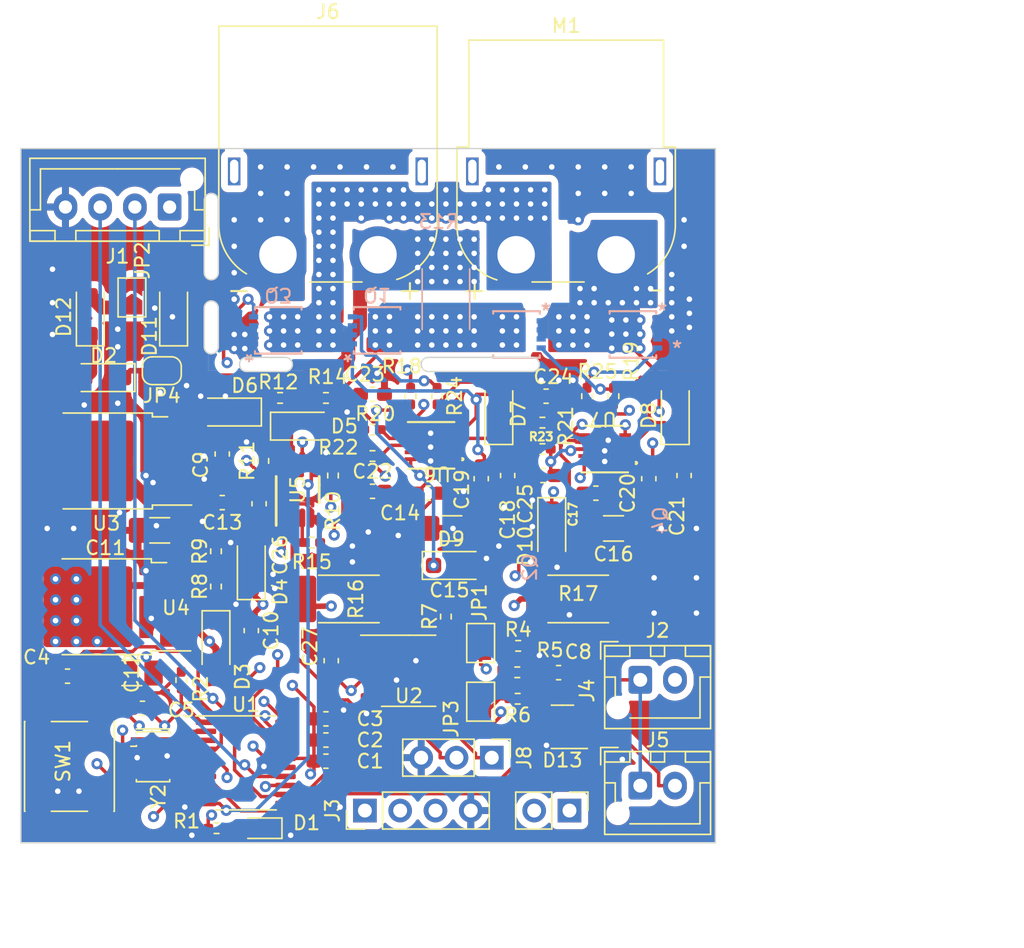
<source format=kicad_pcb>
(kicad_pcb (version 20221018) (generator pcbnew)
  (layers (0 "F.Cu" signal) (1 "In1.Cu" signal) (2 "In2.Cu" signal) (31 "B.Cu" signal) (34 "B.Paste" user) (35 "F.Paste" user) (36 "B.SilkS" user "B.Silkscreen") (37 "F.SilkS" user "F.Silkscreen") (38 "B.Mask" user) (39 "F.Mask" user) (44 "Edge.Cuts" user))
  (net 0 "")
  (net 1 "+24V")
  (net 2 "GND")
  (net 3 "VDD")
  (net 4 "Net-(U1-NRST)")
  (net 5 "/BOOT0")
  (net 6 "/OSC_IN")
  (net 7 "/OSC_OUT")
  (net 8 "Net-(C8-Pad1)")
  (net 9 "Net-(D2-K)")
  (net 10 "VBUS")
  (net 11 "Net-(D4-A)")
  (net 12 "Net-(U6-VDD)")
  (net 13 "Net-(U7-VDD)")
  (net 14 "Net-(U6-HB)")
  (net 15 "/full_bridge/MOut1")
  (net 16 "Net-(U7-HB)")
  (net 17 "/full_bridge/MOut2")
  (net 18 "Net-(U6-LI)")
  (net 19 "Net-(U6-HI)")
  (net 20 "Net-(U7-HI)")
  (net 21 "Net-(U7-LI)")
  (net 22 "Net-(D1-A)")
  (net 23 "Net-(D5-K)")
  (net 24 "Net-(D6-K)")
  (net 25 "Net-(D7-K)")
  (net 26 "Net-(D8-K)")
  (net 27 "Net-(D9-K)")
  (net 28 "Net-(D10-K)")
  (net 29 "Net-(D11-K)")
  (net 30 "Net-(D12-A)")
  (net 31 "/ENC_1")
  (net 32 "/ENC_2")
  (net 34 "/SWDIO")
  (net 35 "/SWCLK")
  (net 36 "Net-(JP1-A)")
  (net 37 "Net-(JP3-B)")
  (net 38 "Net-(Q1-D)")
  (net 39 "Net-(Q1-G)")
  (net 40 "Net-(Q2-G)")
  (net 41 "Net-(Q3-G)")
  (net 42 "Net-(Q4-G)")
  (net 43 "Net-(U1-PA7)")
  (net 44 "/Vref")
  (net 45 "Net-(U2-Rs)")
  (net 46 "/full_bridge/RESET")
  (net 47 "/full_bridge/EN")
  (net 48 "Net-(U5-LIMIT)")
  (net 49 "/full_bridge/HI1")
  (net 50 "/full_bridge/HI2")
  (net 51 "/full_bridge/LI1")
  (net 52 "/full_bridge/LI2")
  (net 53 "/full_bridge/VOUT")
  (net 54 "/CAN_RX")
  (net 55 "/CAN_TX")
  (net 58 "/CAN-")
  (net 59 "/CAN+")
  (footprint "Crystal:Resonator_SMD_Murata_CSTxExxV-3Pin_3.0x1.1mm_HandSoldering" (layer "F.Cu") (at 144.018 102.8 -90)
    (fp_text reference "Y2")
    (fp_text value "CSTNE20M0V530000R0")
  )
  (footprint "Diode_SMD:D_SOD-123F" (layer "F.Cu") (at 181.61 78.105 90)
    (fp_text reference "D8")
    (fp_text value "RBR1MM30ATR")
  )
  (footprint "Capacitor_SMD:C_1206_3216Metric_Pad1.33x1.80mm_HandSolder" (layer "F.Cu") (at 142.494 96.774 180)
    (fp_text reference "C12")
    (fp_text value "22u")
  )
  (footprint "Capacitor_SMD:C_0603_1608Metric_Pad1.08x0.95mm_HandSolder" (layer "F.Cu") (at 169.545 82.55 90)
    (fp_text reference "C18")
    (fp_text value "1000p")
  )
  (footprint "Capacitor_SMD:C_0603_1608Metric_Pad1.08x0.95mm_HandSolder" (layer "F.Cu") (at 156.464 103.124)
    (fp_text reference "C1")
    (fp_text value "0.1u")
  )
  (footprint "Resistor_SMD:R_2512_6332Metric_Pad1.40x3.35mm_HandSolder" (layer "F.Cu") (at 158.115 91.44)
    (fp_text reference "R16")
    (fp_text value "1")
  )
  (footprint "pj-lib:DRC10_1P65X2P40_TEX" (layer "F.Cu") (at 164.035 80.375 180)
    (fp_text reference "U6")
    (fp_text value "LM5108DRCR")
  )
  (footprint "Button_Switch_SMD:SW_Push_1P1T_NO_6x6mm_H9.5mm" (layer "F.Cu") (at 138 103.5 -90)
    (fp_text reference "SW1")
    (fp_text value "SW_Push")
  )
  (footprint "Resistor_SMD:R_0402_1005Metric_Pad0.72x0.64mm_HandSolder" (layer "F.Cu") (at 177.165 76.835 90)
    (fp_text reference "R19")
    (fp_text value "220")
  )
  (footprint "Resistor_SMD:R_0402_1005Metric_Pad0.72x0.64mm_HandSolder" (layer "F.Cu") (at 156.972 82.55 90)
    (fp_text reference "R10")
    (fp_text value "10k")
  )
  (footprint "Capacitor_SMD:C_0603_1608Metric_Pad1.08x0.95mm_HandSolder" (layer "F.Cu") (at 173.21 96.7473)
    (fp_text reference "C8")
    (fp_text value "4700p")
  )
  (footprint "Capacitor_SMD:C_1206_3216Metric_Pad1.33x1.80mm_HandSolder" (layer "F.Cu") (at 144.5 86.5 180)
    (fp_text reference "C11")
    (fp_text value "10u")
  )
  (footprint "Resistor_SMD:R_0402_1005Metric_Pad0.72x0.64mm_HandSolder" (layer "F.Cu") (at 148.55 88.005 90)
    (fp_text reference "R9")
    (fp_text value "1.2k")
  )
  (footprint "Connector_JST:JST_XH_B2B-XH-AM_1x02_P2.50mm_Vertical" (layer "F.Cu") (at 179.09 104.885)
    (fp_text reference "J5")
    (fp_text value "CAN")
  )
  (footprint "Diode_SMD:D_SOD-123F" (layer "F.Cu") (at 140.5 75.5 180)
    (fp_text reference "D2")
    (fp_text value "RBR1MM30ATR")
  )
  (footprint "Connector_PinHeader_2.54mm:PinHeader_1x02_P2.54mm_Vertical" (layer "F.Cu") (at 173.995 106.68 -90)
    (fp_text reference "J4")
    (fp_text value "BOOTMODE")
  )
  (footprint "Capacitor_SMD:C_0603_1608Metric_Pad1.08x0.95mm_HandSolder" (layer "F.Cu") (at 156.464 101.6)
    (fp_text reference "C2")
    (fp_text value "0.1u")
  )
  (footprint "Capacitor_SMD:C_0603_1608Metric_Pad1.08x0.95mm_HandSolder" (layer "F.Cu") (at 167.64 82.7775 90)
    (fp_text reference "C19")
    (fp_text value "1u")
  )
  (footprint "Capacitor_SMD:C_0603_1608Metric_Pad1.08x0.95mm_HandSolder" (layer "F.Cu") (at 149 84.5 180)
    (fp_text reference "C13")
    (fp_text value "1u")
  )
  (footprint "Connector_JST:JST_XH_B2B-XH-AM_1x02_P2.50mm_Vertical" (layer "F.Cu") (at 179.09 97.265)
    (fp_text reference "J2")
    (fp_text value "CAN")
  )
  (footprint "Diode_SMD:D_SOD-123F" (layer "F.Cu") (at 139.5 71 90)
    (fp_text reference "D12")
    (fp_text value "RBR1MM30ATR")
  )
  (footprint "Resistor_SMD:R_0402_1005Metric_Pad0.72x0.64mm_HandSolder" (layer "F.Cu") (at 156.464 76.962 180)
    (fp_text reference "R14")
    (fp_text value "10")
  )
  (footprint "Resistor_SMD:R_0402_1005Metric_Pad0.72x0.64mm_HandSolder" (layer "F.Cu") (at 159.815 81.145 180)
    (fp_text reference "R22")
    (fp_text value "10")
  )
  (footprint "Package_SO:SOIC-8_3.9x4.9mm_P1.27mm" (layer "F.Cu") (at 162.415 96.6125)
    (fp_text reference "U2")
    (fp_text value "SN65HVD230")
  )
  (footprint "Package_SO:TSSOP-20_4.4x6.5mm_P0.65mm" (layer "F.Cu") (at 150.6905 103.247)
    (fp_text reference "U1")
    (fp_text value "STM32F042F6Px")
  )
  (footprint "Resistor_SMD:R_0402_1005Metric_Pad0.72x0.64mm_HandSolder" (layer "F.Cu") (at 155.448 87.376)
    (fp_text reference "R15")
    (fp_text value "25k")
  )
  (footprint "Capacitor_SMD:C_0603_1608Metric_Pad1.08x0.95mm_HandSolder" (layer "F.Cu") (at 179.705 82.7775 90)
    (fp_text reference "C20")
    (fp_text value "1u")
  )
  (footprint "Diode_SMD:D_SOD-123F" (layer "F.Cu") (at 145.5 71 90)
    (fp_text reference "D11")
    (fp_text value "RBR1MM30ATR")
  )
  (footprint "Resistor_SMD:R_0402_1005Metric_Pad0.72x0.64mm_HandSolder" (layer "F.Cu") (at 172.0475 78.74)
    (fp_text reference "R21")
    (fp_text value "10")
  )
  (footprint "Capacitor_SMD:C_0603_1608Metric_Pad1.08x0.95mm_HandSolder" (layer "F.Cu") (at 172.3125 76.835)
    (fp_text reference "C24")
    (fp_text value "47p")
  )
  (footprint "Package_TO_SOT_SMD:SOT-23-3" (layer "F.Cu") (at 173.4875 100.65 180)
    (fp_text reference "D13")
    (fp_text value "ESD16VHY")
  )
  (footprint "Diode_SMD:D_SOD-123F" (layer "F.Cu") (at 165.611 89.027)
    (fp_text reference "D9")
    (fp_text value "RBR1MM30ATR")
  )
  (footprint "Capacitor_SMD:C_0603_1608Metric_Pad1.08x0.95mm_HandSolder" (layer "F.Cu") (at 151.09 93.72 -90)
    (fp_text reference "C10")
    (fp_text value "1u")
  )
  (footprint "Resistor_SMD:R_0402_1005Metric_Pad0.72x0.64mm_HandSolder" (layer "F.Cu") (at 170.2382 96.7219 180)
    (fp_text reference "R5")
    (fp_text value "300")
  )
  (footprint "Resistor_SMD:R_2512_6332Metric_Pad1.40x3.35mm_HandSolder" (layer "F.Cu") (at 174.625 91.44)
    (fp_text reference "R17")
    (fp_text value "1")
  )
  (footprint "Jumper:SolderJumper-2_P1.3mm_Open_TrianglePad1.0x1.5mm" (layer "F.Cu") (at 142.5 69.725 90)
    (fp_text reference "JP2")
    (fp_text value "SolderJumper_2_Open")
  )
  (footprint "Diode_SMD:D_SOD-123F" (layer "F.Cu") (at 149.606 77.978 180)
    (fp_text reference "D6")
    (fp_text value "KDZVTR30B")
  )
  (footprint "Capacitor_SMD:C_0603_1608Metric_Pad1.08x0.95mm_HandSolder" (layer "F.Cu") (at 149 81 -90)
    (fp_text reference "C9")
    (fp_text value "0.1u")
  )
  (footprint "Resistor_SMD:R_0402_1005Metric_Pad0.72x0.64mm_HandSolder" (layer "F.Cu") (at 148.59 107.95)
    (fp_text reference "R1")
    (fp_text value "1k")
  )
  (footprint "Resistor_SMD:R_0402_1005Metric_Pad0.72x0.64mm_HandSolder" (layer "F.Cu") (at 146.05 97.282 90)
    (fp_text reference "R2")
    (fp_text value "10k")
  )
  (footprint "pj-lib:DRC10_1P65X2P40_TEX" (layer "F.Cu") (at 176.53 80.645 180)
    (fp_text reference "U7")
    (fp_text value "LM5108DRCR")
  )
  (footprint "Connector_PinHeader_2.54mm:PinHeader_1x03_P2.54mm_Vertical" (layer "F.Cu") (at 168.402 102.87 -90)
    (fp_text reference "J8")
    (fp_text value "Conn_01x03_Socket")
  )
  (footprint "Jumper:SolderJumper-2_P1.3mm_Open_TrianglePad1.0x1.5mm" (layer "F.Cu") (at 167.6 94.6125 -90)
    (fp_text reference "JP1")
    (fp_text value "SolderJumper_2_Open")
  )
  (footprint "Diode_SMD:D_SOD-123F" (layer "F.Cu") (at 151.09 89.275 90)
    (fp_text reference "D4")
    (fp_text value "RBR1MM30ATR")
  )
  (footprint "Connector_PinHeader_2.54mm:PinHeader_1x04_P2.54mm_Vertical" (layer "F.Cu") (at 159.268 106.68 90)
    (fp_text reference "J3")
    (fp_text value "SWD")
  )
  (footprint "Resistor_SMD:R_0402_1005Metric_Pad0.72x0.64mm_HandSolder" (layer "F.Cu") (at 165.1 92.71 90)
    (fp_text reference "R7")
    (fp_text value "10k")
  )
  (footprint "Resistor_SMD:R_0402_1005Metric_Pad0.72x0.64mm_HandSolder" (layer "F.Cu") (at 153.162 76.962 180)
    (fp_text reference "R12")
    (fp_text value "10")
  )
  (footprint "Capacitor_SMD:C_0603_1608Metric_Pad1.08x0.95mm_HandSolder" (layer "F.Cu") (at 156.464 100.076)
    (fp_text reference "C3")
    (fp_text value "0.1u")
  )
  (footprint "Diode_SMD:D_SOD-123F" (layer "F.Cu") (at 168.91 78.105 90)
    (fp_text reference "D7")
    (fp_text value "RBR1MM30ATR")
  )
  (footprint "Resistor_SMD:R_0402_1005Metric_Pad0.72x0.64mm_HandSolder" (layer "F.Cu") (at 170.3032 94.8169)
    (fp_text reference "R4")
    (fp_text value "60")
  )
  (footprint "Capacitor_SMD:C_0603_1608Metric_Pad1.08x0.95mm_HandSolder" (layer "F.Cu") (at 151.65 84.582 -90)
    (fp_text reference "C26")
    (fp_text value "0.1u")
  )
  (footprint "Capacitor_SMD:C_1206_3216Metric_Pad1.33x1.80mm_HandSolder" (layer "F.Cu") (at 177.165 86.36 180)
    (fp_text reference "C16")
    (fp_text value "10u")
  )
  (footprint "Capacitor_SMD:C_0603_1608Metric_Pad1.08x0.95mm_HandSolder" (layer "F.Cu") (at 159.815 76.7)
    (fp_text reference "C23")
    (fp_text value "47p")
  )
  (footprint "Resistor_SMD:R_0402_1005Metric_Pad0.72x0.64mm_HandSolder" (layer "F.Cu") (at 151.96 81.5 90)
    (fp_text reference "R11")
    (fp_text value "10k")
  )
  (footprint "Capacitor_SMD:C_0603_1608Metric_Pad1.08x0.95mm_HandSolder" (layer "F.Cu") (at 163.83 83.82 180)
    (fp_text reference "C14")
    (fp_text value "1000p")
  )
  (footprint "Capacitor_SMD:C_0603_1608Metric_Pad1.08x0.95mm_HandSolder" (layer "F.Cu") (at 182.245 82.55 90)
    (fp_text reference "C21")
    (fp_text value "1000p")
  )
  (footprint "Package_TO_SOT_SMD:TO-252-2" (layer "F.Cu") (at 140.585 92 180)
    (fp_text reference "U4")
    (fp_text value "AZ1084-3.3")
  )
  (footprint "Capacitor_SMD:C_0603_1608Metric_Pad1.08x0.95mm_HandSolder" (layer "F.Cu") (at 143.256 99.314)
    (fp_text reference "C5")
    (fp_text value "0.1u")
  )
  (footprint "Connector_AMASS:AMASS_XT60PW-M_1x02_P7.20mm_Horizontal" (layer "F.Cu") (at 153.01 66.65)
    (fp_text reference "J6")
    (fp_text value "BATT")
  )
  (footprint "Connector_AMASS:AMASS_XT60PW-F_1x02_P7.20mm_Horizontal" (layer "F.Cu") (at 177.355 66.65)
    (fp_text reference "M1")
    (fp_text value "Motor_DC")
  )
  (footprint "Capacitor_SMD:C_0603_1608Metric_Pad1.08x0.95mm_HandSolder" (layer "F.Cu") (at 156.845 95.885 90)
    (fp_text reference "C27")
    (fp_text value "0.1u")
  )
  (footprint "LED_SMD:LED_0603_1608Metric_Pad1.05x0.95mm_HandSolder" (layer "F.Cu") (at 151.638 107.95 180)
    (fp_text reference "D1")
    (fp_text value "LED")
  )
  (footprint "Diode_SMD:D_SOD-123F" (layer "F.Cu") (at 172.72 86.36 -90)
    (fp_text reference "D10")
    (fp_text value "RBR1MM30ATR")
  )
  (footprint "Resistor_SMD:R_0402_1005Metric_Pad0.72x0.64mm_HandSolder" (layer "F.Cu") (at 164.465 76.835 90)
    (fp_text reference "R18")
    (fp_text value "220")
  )
  (footprint "Diode_SMD:D_SOD-123F" (layer "F.Cu") (at 154.686 78.994)
    (fp_text reference "D5")
    (fp_text value "KDZVTR30B")
  )
  (footprint "Resistor_SMD:R_0402_1005Metric_Pad0.72x0.64mm_HandSolder" (layer "F.Cu") (at 175.26 76.835 90)
    (fp_text reference "R25")
    (fp_text value "220")
  )
  (footprint "Diode_SMD:D_SOD-123F" (layer "F.Cu") (at 148.55 94.5 -90)
    (fp_text reference "D3")
    (fp_text value "RBR1MM30ATR")
  )
  (footprint "Capacitor_SMD:C_1206_3216Metric_Pad1.33x1.80mm_HandSolder" (layer "F.Cu") (at 165.53 86.36 180)
    (fp_text reference "C15")
    (fp_text value "10u")
  )
  (footprint "Capacitor_SMD:C_0603_1608Metric_Pad1.08x0.95mm_HandSolder" (layer "F.Cu") (at 172.085 82.55 180)
    (fp_text reference "C25")
    (fp_text value "47p")
  )
  (footprint "Connector_JST:JST_XH_B4B-XH-AM_1x04_P2.50mm_Vertical" (layer "F.Cu") (at 145.212 63.214 180)
    (fp_text reference "J1")
    (fp_text value "Encoder")
  )
  (footprint "pj-lib:DGK0008A_L" (layer "F.Cu") (at 154.432 83.566 90)
    (fp_text reference "U5")
    (fp_text value "INA301A1IDGKR")
  )
  (footprint "Jumper:SolderJumper-2_P1.3mm_Open_TrianglePad1.0x1.5mm" (layer "F.Cu") (at 167.6 98.8375 -90)
    (fp_text reference "JP3")
    (fp_text value "SolderJumper_2_Open")
  )
  (footprint "Resistor_SMD:R_0402_1005Metric_Pad0.72x0.64mm_HandSolder" (layer "F.Cu") (at 148.55 90.545 90)
    (fp_text reference "R8")
    (fp_text value "240")
  )
  (footprint "Package_TO_SOT_SMD:TO-252-2" (layer "F.Cu") (at 140.66 81.5 180)
    (fp_text reference "U3")
    (fp_text value "LM317_TO-252")
  )
  (footprint "Resistor_SMD:R_0402_1005Metric_Pad0.72x0.64mm_HandSolder" (layer "F.Cu") (at 159.815 79.24)
    (fp_text reference "R20")
    (fp_text value "10")
  )
  (footprint "Resistor_SMD:R_0402_1005Metric_Pad0.72x0.64mm_HandSolder" (layer "F.Cu") (at 162.56 76.835 90)
    (fp_text reference "R24")
    (fp_text value "220")
  )
  (footprint "Capacitor_SMD:C_0603_1608Metric_Pad1.08x0.95mm_HandSolder" (layer "F.Cu") (at 137.8625 97)
    (fp_text reference "C4")
    (fp_text value "0.1u")
  )
  (footprint "Resistor_SMD:R_0402_1005Metric_Pad0.72x0.64mm_HandSolder" (layer "F.Cu") (at 172.0475 80.645 180)
    (fp_text reference "R23")
    (fp_text value "10")
  )
  (footprint "Capacitor_SMD:C_0603_1608Metric_Pad1.08x0.95mm_HandSolder" (layer "F.Cu") (at 159.815 83.685)
    (fp_text reference "C22")
    (fp_text value "47p")
  )
  (footprint "Jumper:SolderJumper-2_P1.3mm_Bridged_RoundedPad1.0x1.5mm" (layer "F.Cu") (at 144.65 75 180)
    (fp_text reference "JP4")
    (fp_text value "SolderJumper_2_Bridged")
  )
  (footprint "Capacitor_SMD:C_0603_1608Metric_Pad1.08x0.95mm_HandSolder" (layer "F.Cu") (at 175.895 83.82 180)
    (fp_text reference "C17")
    (fp_text value "1000p")
  )
  (footprint "Resistor_SMD:R_0402_1005Metric_Pad0.72x0.64mm_HandSolder" (layer "F.Cu") (at 170.2657 98.6269 180)
    (fp_text reference "R6")
    (fp_text value "60")
  )
  (footprint "pj-lib:TSON Advance_TOS" (layer "B.Cu") (at 153.035 72.095)
    (fp_text reference "Q3")
    (fp_text value "Q_NMOS_DGS")
  )
  (footprint "pj-lib:TSON Advance_TOS" (layer "B.Cu") (at 170.18 72.39 180)
    (fp_text reference "Q2")
    (fp_text value "Q_NMOS_DGS")
  )
  (footprint "Resistor_SMD:R_2512_6332Metric_Pad1.40x3.35mm_HandSolder" (layer "B.Cu") (at 165.1 69.85 -90)
    (fp_text reference "R13")
    (fp_text value "1m")
  )
  (footprint "pj-lib:TSON Advance_TOS" (layer "B.Cu") (at 178.562 72.39 180)
    (fp_text reference "Q4")
    (fp_text value "Q_NMOS_DGS")
  )
  (footprint "pj-lib:TSON Advance_TOS" (layer "B.Cu") (at 160.147 72.095)
    (fp_text reference "Q1")
    (fp_text value "Q_NMOS_DGS")
  )
  (gr_line (start 147.701 73.279) (end 147.701 70.485) (stroke (width 0.1)) (layer "Edge.Cuts"))
  (gr_arc (start 148.717 67.945) (mid 148.209 68.453) (end 147.701 67.945) (stroke (width 0.1)) (layer "Edge.Cuts"))
  (gr_line (start 153.543 75.057) (end 150.749 75.057) (stroke (width 0.1)) (layer "Edge.Cuts"))
  (gr_arc (start 171.323 74.041) (mid 171.831 74.549) (end 171.323 75.057) (stroke (width 0.1)) (layer "Edge.Cuts"))
  (gr_line (start 148.717 67.945) (end 148.717 62.738) (stroke (width 0.1)) (layer "Edge.Cuts"))
  (gr_arc (start 153.543 74.041) (mid 154.051 74.549) (end 153.543 75.057) (stroke (width 0.1)) (layer "Edge.Cuts"))
  (gr_arc (start 150.749 75.057) (mid 150.241 74.549) (end 150.749 74.041) (stroke (width 0.1)) (layer "Edge.Cuts"))
  (gr_rect (start 134.5 59) (end 184.5 109) (stroke (width 0.1)) (fill none) (layer "Edge.Cuts"))
  (gr_line (start 147.701 67.945) (end 147.701 62.738) (stroke (width 0.1)) (layer "Edge.Cuts"))
  (gr_arc (start 147.701 70.485) (mid 148.209 69.977) (end 148.717 70.485) (stroke (width 0.1)) (layer "Edge.Cuts"))
  (gr_line (start 171.323 74.041) (end 163.83 74.041) (stroke (width 0.1)) (layer "Edge.Cuts"))
  (gr_line (start 148.717 73.279) (end 148.717 70.485) (stroke (width 0.1)) (layer "Edge.Cuts"))
  (gr_line (start 153.543 74.041) (end 150.749 74.041) (stroke (width 0.1)) (layer "Edge.Cuts"))
  (gr_line (start 171.323 75.057) (end 163.83 75.057) (stroke (width 0.1)) (layer "Edge.Cuts"))
  (gr_arc (start 147.701 62.738) (mid 148.209 62.23) (end 148.717 62.738) (stroke (width 0.1)) (layer "Edge.Cuts"))
  (gr_arc (start 148.717 73.279) (mid 148.209 73.787) (end 147.701 73.279) (stroke (width 0.1)) (layer "Edge.Cuts"))
  (gr_arc (start 163.83 75.057) (mid 163.322 74.549) (end 163.83 74.041) (stroke (width 0.1)) (layer "Edge.Cuts"))
  (segment (start 145.5 69.6) (end 146.158 69.6) (width 1) (layer "F.Cu") (net 1))
  (segment (start 158.072 72.56) (end 158.072 74.084) (width 1) (layer "F.Cu") (net 1))
  (segment (start 159.08 67.7798) (end 160.21 66.65) (width 0.25) (layer "F.Cu") (net 1))
  (segment (start 158.072 74.084) (end 157.48 74.676) (width 1) (layer "F.Cu") (net 1))
  (segment (start 152.8888 75.7128) (end 153.76 76.5833) (width 1) (layer "F.Cu") (net 1))
  (segment (start 155.8566 74.676) (end 153.76 76.7726) (width 1) (layer "F.Cu") (net 1))
  (segment (start 158.92 67.94) (end 158.92 71.712) (width 1) (layer "F.Cu") (net 1))
  (segment (start 153.76 76.9615) (end 153.76 76.7731) (width 0.4) (layer "F.Cu") (net 1))
  (segment (start 153.76 76.7726) (end 153.76 76.7731) (width 0.4) (layer "F.Cu") (net 1))
  (segment (start 153.76 76.5833) (end 153.76 76.7726) (width 1) (layer "F.Cu") (net 1))
  (segment (start 146.816 69.6) (end 146.816 74.68) (width 1) (layer "F.Cu") (net 1))
  (segment (start 153.7595 76.962) (end 153.76 76.9615) (width 0.4) (layer "F.Cu") (net 1))
  (segment (start 146.158 69.6) (end 146.816 69.6) (width 1) (layer "F.Cu") (net 1))
  (segment (start 157.48 74.676) (end 155.8566 74.676) (width 1) (layer "F.Cu") (net 1))
  (segment (start 152.868 75.692) (end 152.8888 75.7128) (width 1) (layer "F.Cu") (net 1))
  (segment (start 158.92 71.712) (end 158.072 72.56) (width 1) (layer "F.Cu") (net 1))
  (segment (start 144.65 68.75) (end 142.5 68.75) (width 1) (layer "F.Cu") (net 1))
  (segment (start 145.5 69.6) (end 144.65 68.75) (width 1) (layer "F.Cu") (net 1))
  (segment (start 160.21 66.65) (end 158.92 67.94) (width 1) (layer "F.Cu") (net 1))
  (segment (start 146.816 74.68) (end 147.828 75.692) (width 1) (layer "F.Cu") (net 1))
  (segment (start 147.828 75.692) (end 152.868 75.692) (width 1) (layer "F.Cu") (net 1))
  (via (at 163.068 67.564) (size 0.8) (drill 0.4) (layers "F.Cu" "B.Cu") (net 1))
  (via (at 164.084 67.564) (size 0.8) (drill 0.4) (layers "F.Cu" "B.Cu") (net 1))
  (via (at 163.068 66.548) (size 0.8) (drill 0.4) (layers "F.Cu" "B.Cu") (net 1))
  (via (at 167.132 65.532) (size 0.8) (drill 0.4) (layers "F.Cu" "B.Cu") (net 1))
  (via (at 165.1 65.532) (size 0.8) (drill 0.4) (layers "F.Cu" "B.Cu") (net 1))
  (via (at 166.116 68.58) (size 0.8) (drill 0.4) (layers "F.Cu" "B.Cu") (net 1))
  (via (at 167.132 68.58) (size 0.8) (drill 0.4) (layers "F.Cu" "B.Cu") (net 1))
  (via (at 165.1 68.58) (size 0.8) (drill 0.4) (layers "F.Cu" "B.Cu") (net 1))
  (via (at 166.116 67.564) (size 0.8) (drill 0.4) (layers "F.Cu" "B.Cu") (net 1))
  (via (at 164.084 68.58) (size 0.8) (drill 0.4) (layers "F.Cu" "B.Cu") (net 1))
  (via (at 165.1 66.548) (size 0.8) (drill 0.4) (layers "F.Cu" "B.Cu") (net 1))
  (via (at 165.1 67.564) (size 0.8) (drill 0.4) (layers "F.Cu" "B.Cu") (net 1))
  (via (at 163.068 65.532) (size 0.8) (drill 0.4) (layers "F.Cu" "B.Cu") (net 1))
  (via (at 164.084 66.548) (size 0.8) (drill 0.4) (layers "F.Cu" "B.Cu") (net 1))
  (via (at 166.116 66.548) (size 0.8) (drill 0.4) (layers "F.Cu" "B.Cu") (net 1))
  (via (at 163.068 68.58) (size 0.8) (drill 0.4) (layers "F.Cu" "B.Cu") (net 1))
  (via (at 167.132 66.548) (size 0.8) (drill 0.4) (layers "F.Cu" "B.Cu") (net 1))
  (via (at 164.084 65.532) (size 0.8) (drill 0.4) (layers "F.Cu" "B.Cu") (net 1))
  (via (at 166.116 65.532) (size 0.8) (drill 0.4) (layers "F.Cu" "B.Cu") (net 1))
  (via (at 167.132 67.564) (size 0.8) (drill 0.4) (layers "F.Cu" "B.Cu") (net 1))
  (segment (start 164 82.7875) (end 164 81.5) (width 0.25) (layer "F.Cu") (net 2))
  (segment (start 171.5 84.151) (end 171.323 84.328) (width 0.25) (layer "F.Cu") (net 2))
  (segment (start 171.323 86.233) (end 171.5 86.41) (width 0.25) (layer "F.Cu") (net 2))
  (segment (start 176.157001 81.144999) (end 176.53 80.772) (width 0.25) (layer "F.Cu") (net 2))
  (segment (start 171.5 84.505) (end 171.5 86.056) (width 0.25) (layer "F.Cu") (net 2))
  (segment (start 141.5665 98.2085) (end 140.25 99.525) (width 0.25) (layer "F.Cu") (net 2))
  (segment (start 146.05 96.6845) (end 144.526 98.2085) (width 0.25) (layer "F.Cu") (net 2))
  (segment (start 157.3265 99.8485) (end 157.734 99.441) (width 0.25) (layer "F.Cu") (net 2))
  (segment (start 155.406999 85.013182) (end 155.406999 85.615998) (width 0.25) (layer "F.Cu") (net 2))
  (segment (start 162.9675 83.82) (end 164 82.7875) (width 0.25) (layer "F.Cu") (net 2))
  (segment (start 171.323 82.6505) (end 171.2225 82.55) (width 0.25) (layer "F.Cu") (net 2))
  (segment (start 171.5 86.41) (end 171.5 86.54) (width 0.25) (layer "F.Cu") (net 2))
  (segment (start 152.503502 84.590998) (end 154.984815 84.590998) (width 0.25) (layer "F.Cu") (net 2))
  (segment (start 175.054999 81.144999) (end 176.157001 81.144999) (width 0.25) (layer "F.Cu") (net 2))
  (segment (start 171.5 83.9975) (end 171.5 84.151) (width 0.25) (layer "F.Cu") (net 2))
  (segment (start 167.513 89.027) (end 168.021 88.519) (width 0.25) (layer "F.Cu") (net 2))
  (segment (start 144.526 98.2085) (end 141.5665 98.2085) (width 0.25) (layer "F.Cu") (net 2))
  (segment (start 152.072 103.572) (end 152 103.5) (width 0.25) (layer "F.Cu") (net 2))
  (segment (start 171.5 86.056) (end 171.323 86.233) (width 0.25) (layer "F.Cu") (net 2))
  (segment (start 153.553 103.572) (end 152.072 103.572) (width 0.25) (layer "F.Cu") (net 2))
  (segment (start 163.625001 80.874999) (end 164 80.5) (width 0.25) (layer "F.Cu") (net 2))
  (segment (start 168.021 88.519) (end 168.91 87.63) (width 0.25) (layer "F.Cu") (net 2))
  (segment (start 167.011 89.027) (end 167.513 89.027) (width 0.25) (layer "F.Cu") (net 2))
  (segment (start 171.5 86.54) (end 172.72 87.76) (width 0.25) (layer "F.Cu") (net 2))
  (segment (start 175.6025 84.39) (end 175.0325 83.82) (width 0.25) (layer "F.Cu") (net 2))
  (segment (start 145.625 94.28) (end 145.334 94.28) (width 0.5) (layer "F.Cu") (net 2))
  (segment (start 151.65 85.4445) (end 152.503502 84.590998) (width 0.25) (layer "F.Cu") (net 2))
  (segment (start 156.0455 86.254499) (end 155.406999 85.615998) (width 0.25) (layer "F.Cu") (net 2))
  (segment (start 171.323 84.328) (end 171.323 82.6505) (width 0.25) (layer "F.Cu") (net 2))
  (segment (start 175.6025 86.36) (end 175.6025 84.39) (width 0.25) (layer "F.Cu") (net 2))
  (segment (start 162.8325 83.685) (end 162.9675 83.82) (width 0.25) (layer "F.Cu") (net 2))
  (segment (start 171.323 84.328) (end 171.5 84.505) (width 0.25) (layer "F.Cu") (net 2))
  (segment (start 162.559999 80.874999) (end 163.625001 80.874999) (width 0.25) (layer "F.Cu") (net 2))
  (segment (start 157.3265 100.076) (end 157.3265 99.8485) (width 0.25) (layer "F.Cu") (net 2))
  (segment (start 156.0455 87.376) (end 156.0455 86.254499) (width 0.25) (layer "F.Cu") (net 2))
  (segment (start 145.334 94.28) (end 143.891 92.837) (width 0.5) (layer "F.Cu") (net 2))
  (segment (start 160.6775 83.685) (end 162.8325 83.685) (width 0.25) (layer "F.Cu") (net 2))
  (segment (start 154.984815 84.590998) (end 155.406999 85.013182) (width 0.25) (layer "F.Cu") (net 2))
  (via (at 149.987 91.821) (size 0.8) (drill 0.4) (layers "F.Cu" "B.Cu") (net 2))
  (via (at 183.134 89.916) (size 0.8) (drill 0.4) (layers "F.Cu" "B.Cu") (net 2))
  (via (at 183.134 86.36) (size 0.8) (drill 0.4) (layers "F.Cu" "B.Cu") (net 2))
  (via (at 146.431 76.073) (size 0.8) (drill 0.4) (layers "F.Cu" "B.Cu") (net 2))
  (via (at 160.147 75.184) (size 0.8) (drill 0.4) (layers "F.Cu" "B.Cu") (net 2))
  (via (at 144.261816 86.162636) (size 0.8) (drill 0.4) (layers "F.Cu" "B.Cu") (net 2))
  (via (at 150.749 80.137) (size 0.8) (drill 0.4) (layers "F.Cu" "B.Cu") (net 2))
  (via (at 164 81.5) (size 0.8) (drill 0.4) (layers "F.Cu" "B.Cu") (net 2))
  (via (at 157.48 60.325) (size 0.8) (drill 0.4) (layers "F.Cu" "B.Cu") (net 2))
  (via (at 161.671 86.868) (size 0.8) (drill 0.4) (layers "F.Cu" "B.Cu") (net 2))
  (via (at 158.369 88.773) (size 0.8) (drill 0.4) (layers "F.Cu" "B.Cu") (net 2))
  (via (at 150.622 72.39) (size 0.8) (drill 0.4) (layers "F.Cu" "B.Cu") (net 2))
  (via (at 146.304 106.426) (size 0.8) (drill 0.4) (layers "F.Cu" "B.Cu") (net 2))
  (via (at 151.765 62.23) (size 0.8) (drill 0.4) (layers "F.Cu" "B.Cu") (net 2))
  (via (at 149.86 64.135) (size 0.8) (drill 0.4) (layers "F.Cu" "B.Cu") (net 2))
  (via (at 152.654 89.662) (size 0.8) (drill 0.4) (layers "F.Cu" "B.Cu") (net 2))
  (via (at 182.245 64.135) (size 0.8) (drill 0.4) (layers "F.Cu" "B.Cu") (net 2))
  (via (at 149.86 66.04) (size 0.8) (drill 0.4) (layers "F.Cu" "B.Cu") (net 2))
  (via (at 172.339 101.981) (size 0.8) (drill 0.4) (layers "F.Cu" "B.Cu") (net 2))
  (via (at 144.526 76.581) (size 0.8) (drill 0.4) (layers "F.Cu" "B.Cu") (net 2))
  (via (at 164 80.5) (size 0.8) (drill 0.4) (layers "F.Cu" "B.Cu") (net 2))
  (via (at 181.356 68.072) (size 0.8) (drill 0.4) (layers "F.Cu" "B.Cu") (net 2))
  (via (at 171.323 86.233) (size 0.8) (drill 0.4) (layers "F.Cu" "B.Cu") (net 2))
  (via (at 157.988 77.978) (size 0.8) (drill 0.4) (layers "F.Cu" "B.Cu") (net 2))
  (via (at 173.101 89.154) (size 0.8) (drill 0.4) (layers "F.Cu" "B.Cu") (net 2))
  (via (at 138.684 105.283) (size 0.8) (drill 0.4) (layers "F.Cu" "B.Cu") (net 2))
  (via (at 181.356 70.104) (size 0.8) (drill 0.4) (layers "F.Cu" "B.Cu") (net 2))
  (via (at 159.385 99.695) (size 0.8) (drill 0.4) (layers "F.Cu" "B.Cu") (net 2))
  (via (at 168.91 87.63) (size 0.8) (drill 0.4) (layers "F.Cu" "B.Cu") (net 2))
  (via (at 143.51 89.408) (size 0.8) (drill 0.4) (layers "F.Cu" "B.Cu") (net 2))
  (via (at 176.53 81.534) (size 0.8) (drill 0.4) (layers "F.Cu" "B.Cu") (net 2))
  (via (at 136.779 70.104) (size 0.8) (drill 0.4) (layers "F.Cu" "B.Cu") (net 2))
  (via (at 161.544 97.282) (size 0.8) (drill 0.4) (layers "F.Cu" "B.Cu") (net 2))
  (via (at 176.784 80.01) (size 0.8) (drill 0.4) (layers "F.Cu" "B.Cu") (net 2))
  (via (at 170.815 60.325) (size 0.8) (drill 0.4) (layers "F.Cu" "B.Cu") (net 2))
  (via (at 141.478 72.009) (size 0.8) (drill 0.4) (layers "F.Cu" "B.Cu") (net 2))
  (via (at 169.291 84.836) (size 0.8) (drill 0.4) (layers "F.Cu" "B.Cu") (net 2))
  (via (at 149.86 67.945) (size 0.8) (drill 0.4) (layers "F.Cu" "B.Cu") (net 2))
  (via (at 144.018 83.058) (size 0.8) (drill 0.4) (layers "F.Cu" "B.Cu") (net 2))
  (via (at 180.086 92.456) (size 0.8) (drill 0.4) (layers "F.Cu" "B.Cu") (net 2))
  (via (at 183.134 92.456) (size 0.8) (drill 0.4) (layers "F.Cu" "B.Cu") (net 2))
  (via (at 149.86 69.85) (size 0.8) (drill 0.4) (layers "F.Cu" "B.Cu") (net 2))
  (via (at 171.958 75.692) (size 0.8) (drill 0.4) (layers "F.Cu" "B.Cu") (net 2))
  (via (at 173.228 75.692) (size 0.8) (drill 0.4) (layers "F.Cu" "B.Cu") (net 2))
  (via (at 151.765 60.325) (size 0.8) (drill 0.4) (layers "F.Cu" "B.Cu") (net 2))
  (via (at 164 79.5) (size 0.8) (drill 0.4) (layers "F.Cu" "B.Cu") (net 2))
  (via (at 145.415 71.12) (size 0.8) (drill 0.4) (layers "F.Cu" "B.Cu") (net 2))
  (via (at 147.574 85.852) (size 0.8) (drill 0.4) (layers "F.Cu" "B.Cu") (net 2))
  (via (at 147.447 76.835) (size 0.8) (drill 0.4) (layers "F.Cu" "B.Cu") (net 2))
  (via (at 174.625 64.135) (size 0.8) (drill 0.4) (layers "F.Cu" "B.Cu") (net 2))
  (via (at 176.53 62.23) (size 0.8) (drill 0.4) (layers "F.Cu" "B.Cu") (net 2))
  (via (at 147.701 81.153) (size 0.8) (drill 0.4) (layers "F.Cu" "B.Cu") (net 2))
  (via (at 141.478 77.343) (size 0.8) (drill 0.4) (layers "F.Cu" "B.Cu") (net 2))
  (via (at 176.53 60.325) (size 0.8) (drill 0.4) (layers "F.Cu" "B.Cu") (net 2))
  (via (at 142.875 102.87) (size 0.8) (drill 0.4) (layers "F.Cu" "B.Cu") (net 2))
  (via (at 168.021 88.519) (size 0.8) (drill 0.4) (layers "F.Cu" "B.Cu") (net 2))
  (via (at 136.398 86.36) (size 0.8) (drill 0.4) (layers "F.Cu" "B.Cu") (net 2))
  (via (at 159.385 60.325) (size 0.8) (drill 0.4) (layers "F.Cu" "B.Cu") (net 2))
  (via (at 141.478 73.279) (size 0.8) (drill 0.4) (layers "F.Cu" "B.Cu") (net 2))
  (via (at 152.781 90.678) (size 0.8) (drill 0.4) (layers "F.Cu" "B.Cu") (net 2))
  (via (at 153.67 64.135) (size 0.8) (drill 0.4) (layers "F.Cu" "B.Cu") (net 2))
  (via (at 139.065 77.47) (size 0.8) (drill 0.4) (layers "F.Cu" "B.Cu") (net 2))
  (via (at 149.86 73.406) (size 0.8) (drill 0.4) (layers "F.Cu" "B.Cu") (net 2))
  (via (at 166.37 83.693) (size 0.8) (drill 0.4) (layers "F.Cu" "B.Cu") (net 2))
  (via (at 141.605 85.217) (size 0.8) (drill 0.4) (layers "F.Cu" "B.Cu") (net 2))
  (via (at 174.625 62.23) (size 0.8) (drill 0.4) (layers "F.Cu" "B.Cu") (net 2))
  (via (at 178.435 62.23) (size 0.8) (drill 0.4) (layers "F.Cu" "B.Cu") (net 2))
  (via (at 180.594 86.36) (size 0.8) (drill 0.4) (layers "F.Cu" "B.Cu") (net 2))
  (via (at 150.622 73.406) (size 0.8) (drill 0.4) (layers "F.Cu" "B.Cu") (net 2))
  (via (at 182.626 70.866) (size 0.8) (drill 0.4) (layers "F.Cu" "B.Cu") (net 2))
  (via (at 177.8 102.997) (size 0.8) (drill 0.4) (layers "F.Cu" "B.Cu") (net 2))
  (via (at 181.356 71.12) (size 0.8) (drill 0.4) (layers "F.Cu" "B.Cu") (net 2))
  (via (at 149.225 76.835) (size 0.8) (drill 0.4) (layers "F.Cu" "B.Cu") (net 2))
  (via (at 182.626 71.882) (size 0.8) (drill 0.4) (layers "F.Cu" "B.Cu") (net 2))
  (via (at 181.356 69.088) (size 0.8) (drill 0.4) (layers "F.Cu" "B.Cu") (net 2))
  (via (at 181.356 72.136) (size 0.8) (drill 0.4) (layers "F.Cu" "B.Cu") (net 2))
  (via (at 149.606 87.376) (size 0.8) (drill 0.4) (layers "F.Cu" "B.Cu") (net 2))
  (via (at 137.16 105.283) (size 0.8) (drill 0.4) (layers "F.Cu" "B.Cu") (net 2))
  (via (at 172.72 60.325) (size 0.8) (drill 0.4) (layers "F.Cu" "B.Cu") (net 2))
  (via (at 136.779 72.39) (size 0.8) (drill 0.4) (layers "F.Cu" "B.Cu") (net 2))
  (via (at 152 103.5) (size 0.8) (drill 0.4) (layers "F.Cu" "B.Cu") (net 2))
  (via (at 146.812 108.458) (size 0.8) (drill 0.4) (layers "F.Cu" "B.Cu") (net 2))
  (via (at 165.608 86.36) (size 0.8) (drill 0.4) (layers "F.Cu" "B.Cu") (net 2))
  (via (at 176.53 80.772) (size 0.8) (drill 0.4) (layers "F.Cu" "B.Cu") (net 2))
  (via (at 136.779 67.691) (size 0.8) (drill 0.4) (layers "F.Cu" "B.Cu") (net 2))
  (via (at 153.67 60.325) (size 0.8) (drill 0.4) (layers "F.Cu" "B.Cu") (net 2))
  (via (at 161.29 60.325) (size 0.8) (drill 0.4) (layers "F.Cu" "B.Cu") (net 2))
  (via (at 145.034 102.743) (size 0.8) (drill 0.4) (layers "F.Cu" "B.Cu") (net 2))
  (via (at 182.626 69.85) (size 0.8) (drill 0.4) (layers "F.Cu" "B.Cu") (net 2))
  (via (at 178.435 60.325) (size 0.8) (drill 0.4) (layers "F.Cu" "B.Cu") (net 2))
  (via (at 147.701 82.804) (size 0.8) (drill 0.4) (layers "F.Cu" "B.Cu") (net 2))
  (via (at 171.196 88.773) (size 0.8) (drill 0.4) (layers "F.Cu" "B.Cu") (net 2))
  (via (at 162.941 95.885) (size 0.8) (drill 0.4) (layers "F.Cu" "B.Cu") (net 2))
  (via (at 138.303 86.36) (size 0.8) (drill 0.4) (layers "F.Cu" "B.Cu") (net 2))
  (via (at 153.67 62.23) (size 0.8) (drill 0.4) (layers "F.Cu" "B.Cu") (net 2))
  (via (at 144.14007 70.491827) (size 0.8) (drill 0.4) (layers "F.Cu" "B.Cu") (net 2))
  (via (at 149.86 72.39) (size 0.8) (drill 0.4) (layers "F.Cu" "B.Cu") (net 2))
  (via (at 168.91 60.325) (size 0.8) (drill 0.4) (layers "F.Cu" "B.Cu") (net 2))
  (via (at 182.245 66.04) (size 0.8) (drill 0.4) (layers "F.Cu" "B.Cu") (net 2))
  (via (at 155.575 60.325) (size 0.8) (drill 0.4) (layers "F.Cu" "B.Cu") (net 2))
  (via (at 159.512 86.614) (size 0.8) (drill 0.4) (layers "F.Cu" "B.Cu") (net 2))
  (via (at 143.891 92.837) (size 0.8) (drill 0.4) (layers "F.Cu" "B.Cu") (net 2))
  (via (at 171.323 84.328) (size 0.8) (drill 0.4) (layers "F.Cu" "B.Cu") (net 2))
  (via (at 171.831 95.504) (size 0.8) (drill 0.4) (layers "F.Cu" "B.Cu") (net 2))
  (via (at 174.625 60.325) (size 0.8) (drill 0.4) (layers "F.Cu" "B.Cu") (net 2))
  (via (at 156.464 80.899) (size 0.8) (drill 0.4) (layers "F.Cu" "B.Cu") (net 2))
  (via (at 173.99 92.583) (size 0.8) (drill 0.4) (layers "F.Cu" "B.Cu") (net 2))
  (via (at 180.086 89.916) (size 0.8) (drill 0.4) (layers "F.Cu" "B.Cu") (net 2))
  (via (at 153.924 108.458) (size 0.8) (drill 0.4) (layers "F.Cu" "B.Cu") (net 2))
  (via (at 158.369 87.63) (size 0.8) (drill 0.4) (layers "F.Cu" "B.Cu") (net 2))
  (via (at 157.48 106.426) (size 0.8) (drill 0.4) (layers "F.Cu" "B.Cu") (net 2))
  (via (at 174.244 75.692) (size 0.8) (drill 0.4) (layers "F.Cu" "B.Cu") (net 2))
  (via (at 143.51 82.55) (size 0.8) (drill 0.4) (layers "F.Cu" "B.Cu") (net 2))
  (via (at 151.765 64.135) (size 0.8) (drill 0.4) (layers "F.Cu" "B.Cu") (net 2))
  (via (at 157.734 99.441) (size 0.8) (drill 0.4) (layers "F.Cu" "B.Cu") (net 2))
  (segment (start 156.813 83.3065) (end 156.972 83.1475) (width 0.25) (layer "F.Cu") (net 3))
  (segment (start 155.6015 100.076) (end 155.6015 99.2135) (width 0.25) (layer "F.Cu") (net 3))
  (segment (start 149.3447 103.7476) (end 148.5191 102.922) (width 0.25) (layer "F.Cu") (net 3))
  (segment (start 142.3935 99.9546) (end 142.3935 99.314) (width 0.25) (layer "F.Cu") (net 3))
  (segment (start 151.65 82.0975) (end 151.96 82.0975) (width 0.25) (layer "F.Cu") (net 3))
  (segment (start 155.3995 102.922) (end 155.6015 103.124) (width 0.25) (layer "F.Cu") (net 3))
  (segment (start 141 90.475) (end 141 93.525) (width 0.25) (layer "F.Cu") (net 3))
  (segment (start 156.845 96.7475) (end 158.132488 98.034988) (width 0.25) (layer "F.Cu") (net 3))
  (segment (start 155.6015 101.6) (end 155.6015 100.076) (width 0.25) (layer "F.Cu") (net 3))
  (segment (start 151.3807 82.0975) (end 151.65 82.0975) (width 0.25) (layer "F.Cu") (net 3))
  (segment (start 158.132488 98.034988) (end 158.282999 98.034988) (width 0.25) (layer "F.Cu") (net 3))
  (segment (start 153.553 102.922) (end 155.3995 102.922) (width 0.25) (layer "F.Cu") (net 3))
  (segment (start 152.300305 102.775) (end 152.447305 102.922) (width 0.25) (layer "F.Cu") (net 3))
  (segment (start 159.94 97.2475) (end 159.070487 97.2475) (width 0.25) (layer "F.Cu") (net 3))
  (segment (start 137.65 93.525) (end 137.8 93.525) (width 0.25) (layer "F.Cu") (net 3))
  (segment (start 137.8 93.525) (end 138.325 93) (width 0.25) (layer "F.Cu") (net 3))
  (segment (start 138.5 92.825) (end 139.325 92) (width 0.25) (layer "F.Cu") (net 3))
  (segment (start 138.5 93) (end 138.5 92.825) (width 0.25) (layer "F.Cu") (net 3))
  (segment (start 148.5191 102.922) (end 147.828 102.922) (width 0.25) (layer "F.Cu") (net 3))
  (segment (start 148.55 95.9) (end 148.55 95.015051) (width 0.5) (layer "F.Cu") (net 3))
  (segment (start 155.6015 103.124) (end 155.6015 101.6) (width 0.25) (layer "F.Cu") (net 3))
  (segment (start 150.7429 81.4597) (end 151.3807 82.0975) (width 0.25) (layer "F.Cu") (net 3))
  (segment (start 144.0565 96.774) (end 143.529039 96.246539) (width 0.25) (layer "F.Cu") (net 3))
  (segment (start 152.447305 102.922) (end 153.553 102.922) (width 0.25) (layer "F.Cu") (net 3))
  (segment (start 156.813 84.8095) (end 156.813 83.3065) (width 0.25) (layer "F.Cu") (net 3))
  (segment (start 151.9569 102.775) (end 152.300305 102.775) (width 0.25) (layer "F.Cu") (net 3))
  (segment (start 155.6015 103.124) (end 155.6015 103.802294) (width 0.25) (layer "F.Cu") (net 3))
  (segment (start 144.009949 90.475) (end 141 90.475) (width 0.5) (layer "F.Cu") (net 3))
  (segment (start 151.2173 102.0354) (end 151.9569 102.775) (width 0.25) (layer "F.Cu") (net 3))
  (segment (start 153.457 87.8401) (end 153.457 85.616) (width 0.25) (layer "F.Cu") (net 3))
  (segment (start 149.3447 104.3026) (end 149.3447 103.7476) (width 0.25) (layer "F.Cu") (net 3))
  (segment (start 151.65 82.0975) (end 151.65 83.7195) (width 0.25) (layer "F.Cu") (net 3))
  (segment (start 155.6015 99.2135) (end 154.051 97.663) (width 0.25) (layer "F.Cu") (net 3))
  (segment (start 148.55 95.015051) (end 148.082 94.547051) (width 0.5) (layer "F.Cu") (net 3))
  (segment (start 148.082 94.547051) (end 148.082 94.488) (width 0.5) (layer "F.Cu") (net 3))
  (segment (start 143.529039 96.246539) (end 143.529039 95.6094) (width 0.25) (layer "F.Cu") (net 3))
  (segment (start 148.082 94.488) (end 148.022949 94.488) (width 0.5) (layer "F.Cu") (net 3))
  (segment (start 159.070487 97.2475) (end 158.282999 98.034988) (width 0.25) (layer "F.Cu") (net 3))
  (segment (start 138.325 93) (end 138.5 93) (width 0.25) (layer "F.Cu") (net 3))
  (segment (start 148.022949 94.488) (end 144.009949 90.475) (width 0.5) (layer "F.Cu") (net 3))
  (segment (start 155.6015 103.802294) (end 155.356797 104.046997) (width 0.25) (layer "F.Cu") (net 3))
  (segment (start 153.2431 88.054) (end 153.457 87.8401) (width 0.25) (layer "F.Cu") (net 3))
  (segment (start 143.0261 100.5872) (end 142.3935 99.9546) (width 0.25) (layer "F.Cu") (net 3))
  (via (at 143.529039 95.6094) (size 0.8) (drill 0.4) (layers "F.Cu" "B.Cu") (net 3))
  (via (at 138.5 91.5) (size 0.8) (drill 0.4) (layers "F.Cu" "B.Cu") (net 3))
  (via (at 138.5 90) (size 0.8) (drill 0.4) (layers "F.Cu" "B.Cu") (net 3))
  (via (at 154.051 97.663) (size 0.8) (drill 0.4) (layers "F.Cu" "B.Cu") (net 3))
  (via (at 149.3447 104.3026) (size 0.8) (drill 0.4) (layers "F.Cu" "B.Cu") (net 3))
  (via (at 138.5 93) (size 0.8) (drill 0.4) (layers "F.Cu" "B.Cu") (net 3))
  (via (at 155.356797 104.046997) (size 0.8) (drill 0.4) (layers "F.Cu" "B.Cu") (net 3))
  (via (at 138.5 94.5) (size 0.8) (drill 0.4) (layers "F.Cu" "B.Cu") (net 3))
  (via (at 153.2431 88.054) (size 0.8) (drill 0.4) (layers "F.Cu" "B.Cu") (net 3))
  (via (at 151.2173 102.0354) (size 0.8) (drill 0.4) (layers "F.Cu" "B.Cu") (net 3))
  (via (at 137 94.5) (size 0.8) (drill 0.4) (layers "F.Cu" "B.Cu") (net 3))
  (via (at 137 93) (size 0.8) (drill 0.4) (layers "F.Cu" "B.Cu") (net 3))
  (via (at 137 91.5) (size 0.8) (drill 0.4) (layers "F.Cu" "B.Cu") (net 3))
  (via (at 143.0261 100.5872) (size 0.8) (drill 0.4) (layers "F.Cu" "B.Cu") (net 3))
  (via (at 150.7429 81.4597) (size 0.8) (drill 0.4) (layers "F.Cu" "B.Cu") (net 3))
  (via (at 137 90) (size 0.8) (drill 0.4) (layers "F.Cu" "B.Cu") (net 3))
  (via (at 148.082 94.488) (size 0.8) (drill 0.4) (layers "F.Cu" "B.Cu") (net 3))
  (via (at 156.813 84.8095) (size 0.8) (drill 0.4) (layers "F.Cu" "B.Cu") (net 3))
  (via (at 140 94.5) (size 0.8) (drill 0.4) (layers "F.Cu" "B.Cu") (net 3))
  (via (at 158.282999 98.034988) (size 0.8) (drill 0.4) (layers "F.Cu" "B.Cu") (net 3))
  (segment (start 137 97.7249) (end 137 97) (width 0.25) (layer "F.Cu") (net 4))
  (segment (start 135.75 98.9749) (end 137 97.7249) (width 0.25) (layer "F.Cu") (net 4))
  (segment (start 142.5488 95.2277) (end 139.0702 95.2277) (width 0.25) (layer "F.Cu") (net 4))
  (segment (start 137.2979 97) (end 137 97) (width 0.25) (layer "F.Cu") (net 4))
  (segment (start 147.2639 96.4639) (end 146.005 95.205) (width 0.25) (layer "F.Cu") (net 4))
  (segment (start 135.75 107.475) (end 135.75 99.525) (width 0.25) (layer "F.Cu") (net 4))
  (segment (start 147.2639 98.6248) (end 147.2639 96.4639) (width 0.25) (layer "F.Cu") (net 4))
  (segment (start 148.9264 101.8713) (end 148.9264 100.0334) (width 0.25) (layer "F.Cu") (net 4))
  (segment (start 144.536827 95.205) (end 144.216227 94.8844) (width 0.25) (layer "F.Cu") (net 4))
  (segment (start 148.3604 99.7213) (end 147.2639 98.6248) (width 0.25) (layer "F.Cu") (net 4))
  (segment (start 144.216227 94.8844) (end 142.8921 94.8844) (width 0.25) (layer "F.Cu") (net 4))
  (segment (start 147.828 102.272) (end 148.5257 102.272) (width 0.25) (layer "F.Cu") (net 4))
  (segment (start 148.5257 102.272) (end 148.9264 101.8713) (width 0.25) (layer "F.Cu") (net 4))
  (segment (start 139.0702 95.2277) (end 137.2979 97) (width 0.25) (layer "F.Cu") (net 4))
  (segment (start 142.8921 94.8844) (end 142.5488 95.2277) (width 0.25) (layer "F.Cu") (net 4))
  (segment (start 146.005 95.205) (end 144.536827 95.205) (width 0.25) (layer "F.Cu") (net 4))
  (segment (start 148.6143 99.7213) (end 148.3604 99.7213) (width 0.25) (layer "F.Cu") (net 4))
  (segment (start 135.75 99.525) (end 135.75 98.9749) (width 0.25) (layer "F.Cu") (net 4))
  (segment (start 148.9264 100.0334) (end 148.6143 99.7213) (width 0.25) (layer "F.Cu") (net 4))
  (segment (start 146.05 98.8693) (end 146.05 97.8795) (width 0.25) (layer "F.Cu") (net 5))
  (segment (start 147.5027 100.322) (end 146.3082 99.1274) (width 0.25) (layer "F.Cu") (net 5))
  (segment (start 144.1185 99.8495) (end 144.1185 99.314) (width 0.25) (layer "F.Cu") (net 5))
  (segment (start 144.8523 100.5833) (end 144.1185 99.8495) (width 0.25) (layer "F.Cu") (net 5))
  (segment (start 144.8523 100.5833) (end 146.3082 99.1274) (width 0.25) (layer "F.Cu") (net 5))
  (segment (start 146.3082 99.1274) (end 146.05 98.8693) (width 0.25) (layer "F.Cu") (net 5))
  (segment (start 147.828 100.322) (end 147.5027 100.322) (width 0.25) (layer "F.Cu") (net 5))
  (via (at 144.8523 100.5833) (size 0.8) (drill 0.4) (layers "F.Cu" "B.Cu") (net 5))
  (segment (start 146.5711 100.972) (end 145.9431 101.6) (width 0.25) (layer "F.Cu") (net 6))
  (segment (start 144.018 101.6) (end 145.9431 101.6) (width 0.25) (layer "F.Cu") (net 6))
  (segment (start 147.828 100.972) (end 146.5711 100.972) (width 0.25) (layer "F.Cu") (net 6))
  (segment (start 145.9431 102.747) (end 145.9431 104) (width 0.25) (layer "F.Cu") (net 7))
  (segment (start 147.0681 101.622) (end 145.9431 102.747) (width 0.25) (layer "F.Cu") (net 7))
  (segment (start 147.828 101.622) (end 147.0681 101.622) (width 0.25) (layer "F.Cu") (net 7))
  (segment (start 144.018 104) (end 145.9431 104) (width 0.25) (layer "F.Cu") (net 7))
  (segment (start 170.8632 98.6269) (end 169.9172 97.6809) (width 0.25) (layer "F.Cu") (net 8))
  (segment (start 170.9007 94.8169) (end 170.9007 95.2635) (width 0.25) (layer "F.Cu") (net 8))
  (segment (start 170.9007 95.2635) (end 170.139 96.0252) (width 0.25) (layer "F.Cu") (net 8))
  (segment (start 168.933 96.3478) (end 169.2556 96.0252) (width 0.25) (layer "F.Cu") (net 8))
  (segment (start 172.3475 96.7473) (end 170.8611 96.7473) (width 0.25) (layer "F.Cu") (net 8))
  (segment (start 170.139 96.0252) (end 170.8357 96.7219) (width 0.25) (layer "F.Cu") (net 8))
  (segment (start 169.2556 96.0252) (end 170.139 96.0252) (width 0.25) (layer "F.Cu") (net 8))
  (segment (start 169.52 97.6809) (end 168.933 97.0939) (width 0.25) (layer "F.Cu") (net 8))
  (segment (start 168.933 97.0939) (end 168.933 96.3478) (width 0.25) (layer "F.Cu") (net 8))
  (segment (start 170.8611 96.7473) (end 170.8357 96.7219) (width 0.25) (layer "F.Cu") (net 8))
  (segment (start 169.9172 97.6809) (end 169.52 97.6809) (width 0.25) (layer "F.Cu") (net 8))
  (segment (start 143.1543 75) (end 142.4 75) (width 0.4) (layer "F.Cu") (net 9))
  (segment (start 143.1543 75) (end 143.1543 76.6743) (width 0.4) (layer "F.Cu") (net 9))
  (segment (start 144 75) (end 143.1543 75) (width 0.4) (layer "F.Cu") (net 9))
  (segment (start 145.7 79.22) (end 146.6175 80.1375) (width 0.4) (layer "F.Cu") (net 9))
  (segment (start 142.4 75) (end 141.9 75.5) (width 0.4) (layer "F.Cu") (net 9))
  (segment (start 146.6175 80.1375) (end 149 80.1375) (width 0.4) (layer "F.Cu") (net 9))
  (segment (start 143.1543 76.6743) (end 145.7 79.22) (width 0.4) (layer "F.Cu") (net 9))
  (segment (start 139.55 81.5) (end 141.075 79.975) (width 0.4) (layer "F.Cu") (net 10))
  (segment (start 137.725 79.975) (end 137.725 81.5) (width 0.4) (layer "F.Cu") (net 10))
  (segment (start 148.55 92.8575) (end 151.09 92.8575) (width 0.4) (layer "F.Cu") (net 10))
  (segment (start 146.0625 89.2825) (end 145.625 89.72) (width 1) (layer "F.Cu") (net 10))
  (segment (start 151.09 92.6629) (end 151.09 92.8575) (width 0.4) (layer "F.Cu") (net 10))
  (segment (start 137.795 79.905) (end 137.725 79.975) (width 1) (layer "F.Cu") (net 10))
  (segment (start 137.795 76.2) (end 137.795 79.905) (width 1) (layer "F.Cu") (net 10))
  (segment (start 145.786 85.08) (end 144.456497 85.08) (width 1) (layer "F.Cu") (net 10))
  (segment (start 148.55 92.8575) (end 148.55 93.1) (width 0.4) (layer "F.Cu") (net 10))
  (segment (start 139.4 81.5) (end 139.55 81.5) (width 0.4) (layer "F.Cu") (net 10))
  (segment (start 156.845 91.948) (end 155.5977 91.9727) (width 0.4) (layer "F.Cu") (net 10))
  (segment (start 139.5 75.1) (end 139.1 75.5) (width 1) (layer "F.Cu") (net 10))
  (segment (start 146.0625 86.5) (end 146.0625 85.3565) (width 1) (layer "F.Cu") (net 10))
  (segment (start 139.1 75.5) (end 138.495 75.5) (width 1) (layer "F.Cu") (net 10))
  (segment (start 170.4882 91.44) (end 170.0142 91.914) (width 0.4) (layer "F.Cu") (net 10))
  (segment (start 137.725 81.5) (end 139.4 81.5) (width 0.4) (layer "F.Cu") (net 10))
  (segment (start 148.55 91.1425) (end 147.0475 91.1425) (width 1) (layer "F.Cu") (net 10))
  (segment (start 142.401497 83.025) (end 141.075 83.025) (width 1) (layer "F.Cu") (net 10))
  (segment (start 155.5977 91.9727) (end 155.065 91.44) (width 0.4) (layer "F.Cu") (net 10))
  (segment (start 171.575 91.44) (end 170.4882 91.44) (width 0.4) (layer "F.Cu") (net 10))
  (segment (start 144.456497 85.08) (end 142.401497 83.025) (width 1) (layer "F.Cu") (net 10))
  (segment (start 146.0625 85.3565) (end 145.786 85.08) (width 1) (layer "F.Cu") (net 10))
  (segment (start 148.55 91.1425) (end 148.55 93.1) (width 1) (layer "F.Cu") (net 10))
  (segment (start 151.928 91.8249) (end 151.09 90.9869) (width 0.4) (layer "F.Cu") (net 10))
  (segment (start 139.5 72.4) (end 139.5 75.1) (width 1) (layer "F.Cu") (net 10))
  (segment (start 137.725 81.5) (end 137.725 83.025) (width 0.4) (layer "F.Cu") (net 10))
  (segment (start 146.0625 86.5) (end 146.0625 89.2825) (width 1) (layer "F.Cu") (net 10))
  (segment (start 151.928 91.8249) (end 151.09 92.6629) (width 0.4) (layer "F.Cu") (net 10))
  (segment (start 151.09 90.9869) (end 151.09 90.675) (width 0.4) (layer "F.Cu") (net 10))
  (segment (start 138.495 75.5) (end 137.795 76.2) (width 1) (layer "F.Cu") (net 10))
  (segment (start 139.55 81.5) (end 141.075 83.025) (width 0.4) (layer "F.Cu") (net 10))
  (segment (start 147.0475 91.1425) (end 145.625 89.72) (width 1) (layer "F.Cu") (net 10))
  (via (at 151.928 91.8249) (size 0.8) (drill 0.4) (layers "F.Cu" "B.Cu") (net 10))
  (via (at 156.845 91.948) (size 0.8) (drill 0.4) (layers "F.Cu" "B.Cu") (net 10))
  (via (at 170.0142 91.914) (size 0.8) (drill 0.4) (layers "F.Cu" "B.Cu") (net 10))
  (segment (start 150.7534 87.875) (end 150.7534 85.3909) (width 0.25) (layer "F.Cu") (net 11))
  (segment (start 150.7534 85.3909) (end 149.8625 84.5) (width 0.25) (layer "F.Cu") (net 11))
  (segment (start 145.7963 83.6837) (end 149.0462 83.6837) (width 0.25) (layer "F.Cu") (net 11))
  (segment (start 150.0259 88.6025) (end 150.7534 87.875) (width 0.25) (layer "F.Cu") (net 11))
  (segment (start 150.7534 87.875) (end 151.09 87.875) (width 0.25) (layer "F.Cu") (net 11))
  (segment (start 148.55 88.6025) (end 150.0259 88.6025) (width 0.25) (layer "F.Cu") (net 11))
  (segment (start 148.55 89.9475) (end 148.55 88.6025) (width 0.25) (layer "F.Cu") (net 11))
  (segment (start 149.0462 83.6837) (end 149.8625 84.5) (width 0.25) (layer "F.Cu") (net 11))
  (segment (start 145.7 83.78) (end 145.7963 83.6837) (width 0.25) (layer "F.Cu") (net 11))
  (segment (start 165.51 81.375) (end 165.51 83.7799) (width 0.25) (layer "F.Cu") (net 12))
  (segment (start 162.5462 90.0588) (end 162.5462 85.8847) (width 0.25) (layer "F.Cu") (net 12))
  (segment (start 165.4699 83.82) (end 164.6925 83.82) (width 0.25) (layer "F.Cu") (net 12))
  (segment (start 165.4699 83.82) (end 165.4699 84.7374) (width 0.25) (layer "F.Cu") (net 12))
  (segment (start 161.165 91.44) (end 162.5462 90.0588) (width 0.25) (layer "F.Cu") (net 12))
  (segment (start 165.4699 84.7374) (end 167.0925 86.36) (width 0.25) (layer "F.Cu") (net 12))
  (segment (start 162.5462 85.8847) (end 164.6109 83.82) (width 0.25) (layer "F.Cu") (net 12))
  (segment (start 165.51 83.7799) (end 165.4699 83.82) (width 0.25) (layer "F.Cu") (net 12))
  (segment (start 164.6109 83.82) (end 164.6925 83.82) (width 0.25) (layer "F.Cu") (net 12))
  (segment (start 178.005 81.645) (end 178.005 83.8179) (width 0.25) (layer "F.Cu") (net 13))
  (segment (start 178.0029 85.6354) (end 178.7275 86.36) (width 0.25) (layer "F.Cu") (net 13))
  (segment (start 177.675 91.44) (end 178.7275 90.3875) (width 0.25) (layer "F.Cu") (net 13))
  (segment (start 178.0029 83.82) (end 178.0029 85.6354) (width 0.25) (layer "F.Cu") (net 13))
  (segment (start 178.0029 83.82) (end 176.7575 83.82) (width 0.25) (layer "F.Cu") (net 13))
  (segment (start 178.7275 90.3875) (end 178.7275 86.36) (width 0.25) (layer "F.Cu") (net 13))
  (segment (start 178.005 83.8179) (end 178.0029 83.82) (width 0.25) (layer "F.Cu") (net 13))
  (segment (start 169.3175 83.64) (end 169.545 83.4125) (width 0.25) (layer "F.Cu") (net 14))
  (segment (start 166.2601 82.2601) (end 167.64 83.64) (width 0.25) (layer "F.Cu") (net 14))
  (segment (start 165.51 80.375) (end 166.2601 80.375) (width 0.25) (layer "F.Cu") (net 14))
  (segment (start 166.2601 80.375) (end 166.2601 82.2601) (width 0.25) (layer "F.Cu") (net 14))
  (segment (start 167.64 83.64) (end 169.3175 83.64) (width 0.25) (layer "F.Cu") (net 14))
  (segment (start 167.4001 80.6883) (end 167.8675 81.1557) (width 0.25) (layer "F.Cu") (net 15))
  (segment (start 167.8675 81.6875) (end 167.64 81.915) (width 0.25) (layer "F.Cu") (net 15))
  (segment (start 167.2781 77.0788) (end 167.308 77.0489) (width 0.25) (layer "F.Cu") (net 15))
  (segment (start 167.308 77.0489) (end 167.308 76.705) (width 0.25) (layer "F.Cu") (net 15))
  (segment (start 168.91 76.705) (end 167.308 76.705) (width 0.25) (layer "F.Cu") (net 15))
  (segment (start 167.8675 81.1557) (end 167.8675 81.6875) (width 0.25) (layer "F.Cu") (net 15))
  (segment (start 167.2781 78.357) (end 167.2781 77.0788) (width 0.25) (layer "F.Cu") (net 15))
  (segment (start 165.51 79.375) (end 166.2601 79.375) (width 0.25) (layer "F.Cu") (net 15))
  (segment (start 166.2601 79.375) (end 167.2781 78.357) (width 0.25) (layer "F.Cu") (net 15))
  (segment (start 169.545 81.6875) (end 167.8675 81.6875) (width 0.25) (layer "F.Cu") (net 15))
  (via (at 161.036 62.992) (size 0.8) (drill 0.4) (layers "F.Cu" "B.Cu") (net 15))
  (via (at 172.212 61.976) (size 0.8) (drill 0.4) (layers "F.Cu" "B.Cu") (net 15))
  (via (at 163.068 64.008) (size 0.8) (drill 0.4) (layers "F.Cu" "B.Cu") (net 15))
  (via (at 162.052 61.976) (size 0.8) (drill 0.4) (layers "F.Cu" "B.Cu") (net 15))
  (via (at 165.1 64.008) (size 0.8) (drill 0.4) (layers "F.Cu" "B.Cu") (net 15))
  (via (at 163.068 62.992) (size 0.8) (drill 0.4) (layers "F.Cu" "B.Cu") (net 15))
  (via (at 155.956 62.992) (size 0.8) (drill 0.4) (layers "F.Cu" "B.Cu") (net 15))
  (via (at 156.972 69.088) (size 0.8) (drill 0.4) (layers "F.Cu" "B.Cu") (net 15))
  (via (at 155.956 70.104) (size 0.8) (drill 0.4) (layers "F.Cu" "B.Cu") (net 15))
  (via (at 154.432 73.152) (size 0.8) (drill 0.4) (layers "F.Cu" "B.Cu") (net 15))
  (via (at 170.18 64.008) (size 0.8) (drill 0.4) (layers "F.Cu" "B.Cu") (net 15))
  (via (at 167.2781 77.0788) (size 0.8) (drill 0.4) (layers "F.Cu" "B.Cu") (net 15))
  (via (at 161.036 61.976) (size 0.8) (drill 0.4) (layers "F.Cu" "B.Cu") (net 15))
  (via (at 165.1 61.976) (size 0.8) (drill 0.4) (layers "F.Cu" "B.Cu") (net 15))
  (via (at 152.4 71.12) (size 0.8) (drill 0.4) (layers "F.Cu" "B.Cu") (net 15))
  (via (at 167.132 64.008) (size 0.8) (drill 0.4) (layers "F.Cu" "B.Cu") (net 15))
  (via (at 155.956 66.04) (size 0.8) (drill 0.4) (layers "F.Cu" "B.Cu") (net 15))
  (via (at 170.18 61.976) (size 0.8) (drill 0.4) (layers "F.Cu" "B.Cu") (net 15))
  (via (at 162.052 64.008) (size 0.8) (drill 0.4) (layers "F.Cu" "B.Cu") (net 15))
  (via (at 170.18 62.992) (size 0.8) (drill 0.4) (layers "F.Cu" "B.Cu") (net 15))
  (via (at 171.196 61.976) (size 0.8) (drill 0.4) (layers "F.Cu" "B.Cu") (net 15))
  (via (at 156.972 65.024) (size 0.8) (drill 0.4) (layers "F.Cu" "B.Cu") (net 15))
  (via (at 155.956 71.12) (size 0.8) (drill 0.4) (layers "F.Cu" "B.Cu") (net 15))
  (via (at 172.212 64.008) (size 0.8) (drill 0.4) (layers "F.Cu" "B.Cu") (net 15))
  (via (at 156.972 71.12) (size 0.8) (drill 0.4) (layers "F.Cu" "B.Cu") (net 15))
  (via (at 164.084 62.992) (size 0.8) (drill 0.4) (layers "F.Cu" "B.Cu") (net 15))
  (via (at 155.956 73.152) (size 0.8) (drill 0.4) (layers "F.Cu" "B.Cu") (net 15))
  (via (at 169.164 64.008) (size 0.8) (drill 0.4) (layers "F.Cu" "B.Cu") (net 15))
  (via (at 154.432 72.136) (size 0.8) (drill 0.4) (layers "F.Cu" "B.Cu") (net 15))
  (via (at 156.972 66.04) (size 0.8) (drill 0.4) (layers "F.Cu" "B.Cu") (net 15))
  (via (at 166.116 64.008) (size 0.8) (drill 0.4) (layers "F.Cu" "B.Cu") (net 15))
  (via (at 165.1 62.992) (size 0.8) (drill 0.4) (layers "F.Cu" "B.Cu") (net 15))
  (via (at 156.972 64.008) (size 0.8) (drill 0.4) (layers "F.Cu" "B.Cu") (net 15))
  (via (at 166.116 62.992) (size 0.8) (drill 0.4) (layers "F.Cu" "B.Cu") (net 15))
  (via (at 153.416 72.136) (size 0.8) (drill 0.4) (layers "F.Cu" "B.Cu") (net 15))
  (via (at 168.148 64.008) (size 0.8) (drill 0.4) (layers "F.Cu" "B.Cu") (net 15))
  (via (at 155.956 64.008) (size 0.8) (drill 0.4) (layers "F.Cu" "B.Cu") (net 15))
  (via (at 156.972 72.136) (size 0.8) (drill 0.4) (layers "F.Cu" "B.Cu") (net 15))
  (via (at 172.212 62.992) (size 0.8) (drill 0.4) (layers "F.Cu" "B.Cu") (net 15))
  (via (at 155.956 68.072) (size 0.8) (drill 0.4) (layers "F.Cu" "B.Cu") (net 15))
  (via (at 169.164 62.992) (size 0.8) (drill 0.4) (layers "F.Cu" "B.Cu") (net 15))
  (via (at 156.972 68.072) (size 0.8) (drill 0.4) (layers "F.Cu" "B.Cu") (net 15))
  (via (at 167.4001 80.6883) (size 0.8) (drill 0.4) (layers "F.Cu" "B.Cu") (net 15))
  (via (at 152.4 72.136) (size 0.8) (drill 0.4) (layers "F.Cu" "B.Cu") (net 15))
  (via (at 155.956 67.056) (size 0.8) (drill 0.4) (layers "F.Cu" "B.Cu") (net 15))
  (via (at 157.988 61.976) (size 0.8) (drill 0.4) (layers "F.Cu" "B.Cu") (net 15))
  (via (at 161.036 64.008) (size 0.8) (drill 0.4) (layers "F.Cu" "B.Cu") (net 15))
  (via (at 152.4 73.152) (size 0.8) (drill 0.4) (layers "F.Cu" "B.Cu") (net 15))
  (via (at 159.004 61.976) (size 0.8) (drill 0.4) (layers "F.Cu" "B.Cu") (net 15))
  (via (at 156.972 73.152) (size 0.8) (drill 0.4) (layers "F.Cu" "B.Cu") (net 15))
  (via (at 155.956 61.976) (size 0.8) (drill 0.4) (layers "F.Cu" "B.Cu") (net 15))
  (via (at 156.972 70.104) (size 0.8) (drill 0.4) (layers "F.Cu" "B.Cu") (net 15))
  (via (at 155.956 65.024) (size 0.8) (drill 0.4) (layers "F.Cu" "B.Cu") (net 15))
  (via (at 160.02 62.992) (size 0.8) (drill 0.4) (layers "F.Cu" "B.Cu") (net 15))
  (via (at 159.004 64.008) (size 0.8) (drill 0.4) (layers "F.Cu" "B.Cu") (net 15))
  (via (at 156.972 62.992) (size 0.8) (drill 0.4) (layers "F.Cu" "B.Cu") (net 15))
  (via (at 171.196 64.008) (size 0.8) (drill 0.4) (layers "F.Cu" "B.Cu") (net 15))
  (via (at 160.02 61.976) (size 0.8) (drill 0.4) (layers "F.Cu" "B.Cu") (net 15))
  (via (at 155.956 69.088) (size 0.8) (drill 0.4) (layers "F.Cu" "B.Cu") (net 15))
  (via (at 157.988 62.992) (size 0.8) (drill 0.4) (layers "F.Cu" "B.Cu") (net 15))
  (via (at 168.148 61.976) (size 0.8) (drill 0.4) (layers "F.Cu" "B.Cu") (net 15))
  (via (at 153.416 71.12) (size 0.8) (drill 0.4) (layers "F.Cu" "B.Cu") (net 15))
  (via (at 155.956 72.136) (size 0.8) (drill 0.4) (layers "F.Cu" "B.Cu") (net 15))
  (via (at 169.164 61.976) (size 0.8) (drill 0.4) (layers "F.Cu" "B.Cu") (net 15))
  (via (at 171.196 62.992) (size 0.8) (drill 0.4) (layers "F.Cu" "B.Cu") (net 15))
  (via (at 167.132 62.992) (size 0.8) (drill 0.4) (layers "F.Cu" "B.Cu") (net 15))
  (via (at 162.052 62.992) (size 0.8) (drill 0.4) (layers "F.Cu" "B.Cu") (net 15))
  (via (at 159.004 62.992) (size 0.8) (drill 0.4) (layers "F.Cu" "B.Cu") (net 15))
  (via (at 164.084 64.008) (size 0.8) (drill 0.4) (layers "F.Cu" "B.Cu") (net 15))
  (via (at 153.416 73.152) (size 0.8) (drill 0.4) (layers "F.Cu" "B.Cu") (net 15))
  (via (at 156.972 67.056) (size 0.8) (drill 0.4) (layers "F.Cu" "B.Cu") (net 15))
  (via (at 168.148 62.992) (size 0.8) (drill 0.4) (layers "F.Cu" "B.Cu") (net 15))
  (via (at 154.432 71.12) (size 0.8) (drill 0.4) (layers "F.Cu" "B.Cu") (net 15))
  (via (at 156.972 61.976) (size 0.8) (drill 0.4) (layers "F.Cu" "B.Cu") (net 15))
  (segment (start 167.2781 77.0788) (end 167.4001 77.2008) (width 0.25) (layer "B.Cu") (net 15))
  (segment (start 167.4001 77.2008) (end 167.4001 80.6883) (width 0.25) (layer "B.Cu") (net 15))
  (segment (start 158.369 75.438) (end 158.369 73.069999) (width 0.25) (layer "B.Cu") (net 15))
  (segment (start 159.385 76.454) (end 158.369 75.438) (width 0.25) (layer "B.Cu") (net 15))
  (segment (start 167.2781 77.0788) (end 166.6533 76.454) (width 0.25) (layer "B.Cu") (net 15))
  (segment (start 166.6533 76.454) (end 159.385 76.454) (width 0.25) (layer "B.Cu") (net 15))
  (segment (start 179.9325 83.4125) (end 179.705 83.64) (width 0.25) (layer "F.Cu") (net 16))
  (segment (start 182.245 83.4125) (end 179.9325 83.4125) (width 0.25) (layer "F.Cu") (net 16))
  (segment (start 178.7551 82.6901) (end 179.705 83.64) (width 0.25) (layer "F.Cu") (net 16))
  (segment (start 178.7551 80.645) (end 178.7551 82.6901) (width 0.25) (layer "F.Cu") (net 16))
  (segment (start 178.005 80.645) (end 178.7551 80.645) (width 0.25) (layer "F.Cu") (net 16))
  (segment (start 180.928 76.5127) (end 181.418 76.5127) (width 0.25) (layer "F.Cu") (net 17))
  (segment (start 180.928 76.5127) (end 180.4548 76.9859) (width 0.25) (layer "F.Cu") (net 17))
  (segment (start 178.0153 78.8956) (end 178.005 78.9059) (width 0.25) (layer "F.Cu") (net 17))
  (segment (start 180.4548 76.9859) (end 180.4548 77.9417) (width 0.25) (layer "F.Cu") (net 17))
  (segment (start 178.005 78.9059) (end 178.005 79.645) (width 0.25) (layer "F.Cu") (net 17))
  (segment (start 181.418 76.5127) (end 181.61 76.705) (width 0.25) (layer "F.Cu") (net 17))
  (segment (start 180.928 75.7482) (end 180.928 76.5127) (width 0.25) (layer "F.Cu") (net 17))
  (segment (start 179.9325 81.6875) (end 179.9829 81.6875) (width 0.25) (layer "F.Cu") (net 17))
  (segment (start 179.705 81.915) (end 179.9325 81.6875) (width 0.25) (layer "F.Cu") (net 17))
  (segment (start 179.9829 81.6875) (end 182.245 81.6875) (width 0.25) (layer "F.Cu") (net 17))
  (segment (start 178.3705 73.1907) (end 180.928 75.7482) (width 0.25) (layer "F.Cu") (net 17))
  (segment (start 179.9829 80.2078) (end 179.9829 81.6875) (width 0.25) (layer "F.Cu") (net 17))
  (via (at 178.0153 78.8956) (size 0.8) (drill 0.4) (layers "F.Cu" "B.Cu") (net 17))
  (via (at 178.816 69.088) (size 0.8) (drill 0.4) (layers "F.Cu" "B.Cu") (net 17))
  (via (at 175.768 69.088) (size 0.8) (drill 0.4) (layers "F.Cu" "B.Cu") (net 17))
  (via (at 176.784 70.104) (size 0.8) (drill 0.4) (layers "F.Cu" "B.Cu") (net 17))
  (via (at 178.054 71.3486) (size 0.8) (drill 0.4) (layers "F.Cu" "B.Cu") (net 17))
  (via (at 177.038 72.3646) (size 0.8) (drill 0.4) (layers "F.Cu" "B.Cu") (net 17))
  (via (at 173.228 73.152) (size 0.8) (drill 0.4) (layers "F.Cu" "B.Cu") (net 17))
  (via (at 175.26 73.152) (size 0.8) (drill 0.4) (layers "F.Cu" "B.Cu") (net 17))
  (via (at 179.07 72.3646) (size 0.8) (drill 0.4) (layers "F.Cu" "B.Cu") (net 17))
  (via (at 179.07 73.3806) (size 0.8) (drill 0.4) (layers "F.Cu" "B.Cu") (net 17))
  (via (at 175.26 72.136) (size 0.8) (drill 0.4) (layers "F.Cu" "B.Cu") (net 17))
  (via (at 180.4548 77.9417) (size 0.8) (drill 0.4) (layers "F.Cu" "B.Cu") (net 17))
  (via (at 174.752 70.104) (size 0.8) (drill 0.4) (layers "F.Cu" "B.Cu") (net 17))
  (via (at 177.038 71.3486) (size 0.8) (drill 0.4) (layers "F.Cu" "B.Cu") (net 17))
  (via (at 174.244 73.152) (size 0.8) (drill 0.4) (layers "F.Cu" "B.Cu") (net 17))
  (via (at 175.768 70.104) (size 0.8) (drill 0.4) (layers "F.Cu" "B.Cu") (net 17))
  (via (at 178.054 73.3806) (size 0.8) (drill 0.4) (layers "F.Cu" "B.Cu") (net 17))
  (via (at 173.228 72.136) (size 0.8) (drill 0.4) (layers "F.Cu" "B.Cu") (net 17))
  (via (at 178.816 70.104) (size 0.8) (drill 0.4) (layers "F.Cu" "B.Cu") (net 17))
  (via (at 179.832 70.104) (size 0.8) (drill 0.4) (layers "F.Cu" "B.Cu") (net 17))
  (via (at 179.07 71.3486) (size 0.8) (drill 0.4) (layers "F.Cu" "B.Cu") (net 17))
  (via (at 177.038 73.3806) (size 0.8) (drill 0.4) (layers "F.Cu" "B.Cu") (net 17))
  (via (at 174.244 71.12) (size 0.8) (drill 0.4) (layers "F.Cu" "B.Cu") (net 17))
  (via (at 175.26 71.12) (size 0.8) (drill 0.4) (layers "F.Cu" "B.Cu") (net 17))
  (via (at 177.8 70.104) (size 0.8) (drill 0.4) (layers "F.Cu" "B.Cu") (net 17))
  (via (at 179.832 69.088) (size 0.8) (drill 0.4) (layers "F.Cu" "B.Cu") (net 17))
  (via (at 178.054 72.3646) (size 0.8) (drill 0.4) (layers "F.Cu" "B.Cu") (net 17))
  (via (at 174.752 69.088) (size 0.8) (drill 0.4) (layers "F.Cu" "B.Cu") (net 17))
  (via (at 174.244 72.136) (size 0.8) (drill 0.4) (layers "F.Cu" "B.Cu") (net 17))
  (via (at 179.9829 80.2078) (size 0.8) (drill 0.4) (layers "F.Cu" "B.Cu") (net 17))
  (via (at 173.228 71.12) (size 0.8) (drill 0.4) (layers "F.Cu" "B.Cu") (net 17))
  (segment (start 162.56 80.375) (end 161.1825 80.375) (width 0.25) (layer "F.Cu") (net 18))
  (segment (start 158.9525 83.685) (end 158.4766 83.2091) (width 0.25) (layer "F.Cu") (net 18))
  (segment (start 158.4766 83.2091) (end 158.4766 80.7797) (width 0.25) (layer "F.Cu") (net 18))
  (segment (start 161.1825 80.375) (end 160.4125 81.145) (width 0.25) (layer "F.Cu") (net 18))
  (segment (start 159.7126 80.4451) (end 160.4125 81.145) (width 0.25) (layer "F.Cu") (net 18))
  (segment (start 158.8112 80.4451) (end 159.7126 80.4451) (width 0.25) (layer "F.Cu") (net 18))
  (segment (start 158.4766 80.7797) (end 158.8112 80.4451) (width 0.25) (layer "F.Cu") (net 18))
  (segment (start 162.56 79.875) (end 161.0475 79.875) (width 0.25) (layer "F.Cu") (net 19))
  (segment (start 161.0475 79.875) (end 160.4125 79.24) (width 0.25) (layer "F.Cu") (net 19))
  (segment (start 158.9525 76.7) (end 158.9525 77.78) (width 0.25) (layer "F.Cu") (net 19))
  (segment (start 158.9525 77.78) (end 160.4125 79.24) (width 0.25) (layer "F.Cu") (net 19))
  (segment (start 173.937084 80.032084) (end 172.645 78.74) (width 0.25) (layer "F.Cu") (net 20))
  (segment (start 172.645 78.74) (end 172.645 78.03) (width 0.25) (layer "F.Cu") (net 20))
  (segment (start 175.055 80.145) (end 174.497381 80.145) (width 0.25) (layer "F.Cu") (net 20))
  (segment (start 174.384465 80.032084) (end 173.937084 80.032084) (width 0.25) (layer "F.Cu") (net 20))
  (segment (start 172.645 78.03) (end 171.45 76.835) (width 0.25) (layer "F.Cu") (net 20))
  (segment (start 174.497381 80.145) (end 174.384465 80.032084) (width 0.25) (layer "F.Cu") (net 20))
  (segment (start 175.054999 80.645) (end 174.196244 80.645) (width 0.25) (layer "F.Cu") (net 21))
  (segment (start 172.645 81.534) (end 172.645 80.645) (width 0.25) (layer "F.Cu") (net 21))
  (segment (start 174.196244 80.645) (end 174.08416 80.757084) (width 0.25) (layer "F.Cu") (net 21))
  (segment (start 172.9475 82.55) (end 172.645 82.2475) (width 0.25) (layer "F.Cu") (net 21))
  (segment (start 172.645 82.2475) (end 172.645 81.534) (width 0.25) (layer "F.Cu") (net 21))
  (via (at 172.645 81.534) (size 0.8) (drill 0.4) (layers "F.Cu" "B.Cu") (net 21))
  (via (at 174.08416 80.757084) (size 0.8) (drill 0.4) (layers "F.Cu" "B.Cu") (net 21))
  (segment (start 174.08416 80.757084) (end 173.421916 80.757084) (width 0.25) (layer "B.Cu") (net 21))
  (segment (start 173.421916 80.757084) (end 172.645 81.534) (width 0.25) (layer "B.Cu") (net 21))
  (segment (start 150.763 107.95) (end 149.1875 107.95) (width 0.25) (layer "F.Cu") (net 22))
  (segment (start 153.9777 78.994) (end 153.286 78.994) (width 0.25) (layer "F.Cu") (net 23))
  (segment (start 153.9777 78.8508) (end 153.9777 78.994) (width 0.25) (layer "F.Cu") (net 23))
  (segment (start 154.107 80.5012) (end 154.107 81.516) (width 0.25) (layer "F.Cu") (net 23))
  (segment (start 153.9777 80.3719) (end 154.107 80.5012) (width 0.25) (layer "F.Cu") (net 23))
  (segment (start 153.9777 78.994) (end 153.9777 80.3719) (width 0.25) (layer "F.Cu") (net 23))
  (segment (start 155.8665 76.962) (end 153.9777 78.8508) (width 0.25) (layer "F.Cu") (net 23))
  (segment (start 153.457 81.516) (end 153.457 80.4909) (width 0.25) (layer "F.Cu") (net 24))
  (segment (start 151.1999 78.1719) (end 151.006 77.978) (width 0.25) (layer "F.Cu") (net 24))
  (segment (start 151.1999 78.1719) (end 151.1999 78.3711) (width 0.25) (layer "F.Cu") (net 24))
  (segment (start 152.4098 76.962) (end 151.1999 78.1719) (width 0.25) (layer "F.Cu") (net 24))
  (segment (start 153.3197 80.4909) (end 153.457 80.4909) (width 0.25) (layer "F.Cu") (net 24))
  (segment (start 151.1999 78.3711) (end 153.3197 80.4909) (width 0.25) (layer "F.Cu") (net 24))
  (segment (start 152.5645 76.962) (end 152.4098 76.962) (width 0.25) (layer "F.Cu") (net 24))
  (segment (start 169.4541 75.8254) (end 169.794 76.1653) (width 0.25) (layer "F.Cu") (net 25))
  (segment (start 168.54 79.875) (end 165.51 79.875) (width 0.25) (layer "F.Cu") (net 25))
  (segment (start 169.794 76.1653) (end 169.794 78.621) (width 0.25) (layer "F.Cu") (net 25))
  (segment (start 168.91 79.505) (end 168.54 79.875) (width 0.25) (layer "F.Cu") (net 25))
  (segment (start 164.465 77.4325) (end 166.0721 75.8254) (width 0.25) (layer "F.Cu") (net 25))
  (segment (start 169.794 78.621) (end 168.91 79.505) (width 0.25) (layer "F.Cu") (net 25))
  (segment (start 166.0721 75.8254) (end 169.4541 75.8254) (width 0.25) (layer "F.Cu") (net 25))
  (segment (start 180.8506 78.7456) (end 181.61 79.505) (width 0.25) (layer "F.Cu") (net 26))
  (segment (start 179.1225 75.475) (end 179.7297 76.0822) (width 0.25) (layer "F.Cu") (net 26))
  (segment (start 180.1545 78.7456) (end 180.8506 78.7456) (width 0.25) (layer "F.Cu") (net 26))
  (segment (start 179.7297 78.3208) (end 180.1545 78.7456) (width 0.25) (layer "F.Cu") (net 26))
  (segment (start 177.165 77.4325) (end 179.1225 75.475) (width 0.25) (layer "F.Cu") (net 26))
  (segment (start 179.7297 76.0822) (end 179.7297 78.3208) (width 0.25) (layer "F.Cu") (net 26))
  (segment (start 180.1545 78.7456) (end 178.7551 80.145) (width 0.25) (layer "F.Cu") (net 26))
  (segment (start 178.005 80.145) (end 178.7551 80.145) (width 0.25) (layer "F.Cu") (net 26))
  (segment (start 162.56 81.375) (end 162.56 81.882091) (width 0.25) (layer "F.Cu") (net 27))
  (segment (start 162.56 81.882091) (end 163.220052 82.542143) (width 0.25) (layer "F.Cu") (net 27))
  (segment (start 162.56 77.4325) (end 162.1534 77.8391) (width 0.25) (layer "F.Cu") (net 27))
  (segment (start 162.1534 77.8391) (end 160.1148 77.8391) (width 0.25) (layer "F.Cu") (net 27))
  (via (at 163.220052 82.542143) (size 0.8) (drill 0.4) (layers "F.Cu" "B.Cu") (net 27))
  (via (at 164.211 89.027) (size 0.8) (drill 0.4) (layers "F.Cu" "B.Cu") (net 27))
  (via (at 160.1148 77.8391) (size 0.8) (drill 0.4) (layers "F.Cu" "B.Cu") (net 27))
  (segment (start 163.220052 82.542143) (end 164.211 83.533091) (width 0.25) (layer "B.Cu") (net 27))
  (segment (start 163.168743 82.542143) (end 163.220052 82.542143) (width 0.25) (layer "B.Cu") (net 27))
  (segment (start 160.1148 79.4882) (end 163.168743 82.542143) (width 0.25) (layer "B.Cu") (net 27))
  (segment (start 164.211 83.533091) (end 164.211 89.027) (width 0.25) (layer "B.Cu") (net 27))
  (segment (start 160.1148 77.8391) (end 160.1148 79.4882) (width 0.25) (layer "B.Cu") (net 27))
  (segment (start 174.7661 82.7064) (end 175.055 82.4175) (width 0.25) (layer "F.Cu") (net 28))
  (segment (start 172.72 83.8444) (end 172.847 83.7174) (width 0.25) (layer "F.Cu") (net 28))
  (segment (start 175.9425 78.115) (end 178.044 78.115) (width 0.25) (layer "F.Cu") (net 28))
  (segment (start 175.055 82.4175) (end 175.055 81.645) (width 0.25) (layer "F.Cu") (net 28))
  (segment (start 172.72 84.96) (end 172.72 83.8444) (width 0.25) (layer "F.Cu") (net 28))
  (segment (start 175.26 77.4325) (end 175.9425 78.115) (width 0.25) (layer "F.Cu") (net 28))
  (segment (start 178.044 78.115) (end 178.308 77.851) (width 0.25) (layer "F.Cu") (net 28))
  (via (at 172.847 83.7174) (size 0.8) (drill 0.4) (layers "F.Cu" "B.Cu") (net 28))
  (via (at 178.308 77.851) (size 0.8) (drill 0.4) (layers "F.Cu" "B.Cu") (net 28))
  (via (at 174.7661 82.7064) (size 0.8) (drill 0.4) (layers "F.Cu" "B.Cu") (net 28))
  (segment (start 145.5 74.8) (end 145.5 72.4) (width 0.4) (layer "F.Cu") (net 29))
  (segment (start 145.3 75) (end 145.5 74.8) (width 0.4) (layer "F.Cu") (net 29))
  (segment (start 142.5 70.45) (end 140.35 70.45) (width 1) (layer "F.Cu") (net 30))
  (segment (start 140.35 70.45) (end 139.5 69.6) (width 1) (layer "F.Cu") (net 30))
  (segment (start 151.806819 105.675) (end 149.88925 103.757431) (width 0.25) (layer "F.Cu") (net 31))
  (segment (start 149.88925 103.757431) (end 149.88925 100.16715) (width 0.25) (layer "F.Cu") (net 31))
  (segment (start 149.88925 100.16715) (end 148.3245 98.6024) (width 0.25) (layer "F.Cu") (net 31))
  (segment (start 152.407429 105.675) (end 151.806819 105.675) (width 0.25) (layer "F.Cu") (net 31))
  (segment (start 152.560429 105.522) (end 152.407429 105.675) (width 0.25) (layer "F.Cu") (net 31))
  (segment (start 153.553 105.522) (end 152.560429 105.522) (width 0.25) (layer "F.Cu") (net 31))
  (via (at 148.3245 98.6024) (size 0.8) (drill 0.4) (layers "F.Cu" "B.Cu") (net 31))
  (segment (start 142.712 63.214) (end 142.712 92.9899) (width 0.25) (layer "B.Cu") (net 31))
  (segment (start 142.712 92.9899) (end 148.3245 98.6024) (width 0.25) (layer "B.Cu") (net 31))
  (segment (start 152.303305 104.222) (end 152.300305 104.225) (width 0.25) (layer "F.Cu") (net 32))
  (segment (start 151.696695 104.222) (end 151.4505 104.222) (width 0.25) (layer "F.Cu") (net 32))
  (segment (start 151.699695 104.225) (end 151.696695 104.222) (width 0.25) (layer "F.Cu") (net 32))
  (segment (start 153.553 104.222) (end 152.303305 104.222) (width 0.25) (layer "F.Cu") (net 32))
  (segment (start 152.300305 104.225) (end 151.699695 104.225) (width 0.25) (layer "F.Cu") (net 32))
  (segment (start 151.4505 104.222) (end 150.614255 103.385755) (width 0.25) (layer "F.Cu") (net 32))
  (via (at 150.614255 103.385755) (size 0.8) (drill 0.4) (layers "F.Cu" "B.Cu") (net 32))
  (segment (start 140.212 63.214) (end 140.212 93.317666) (width 0.25) (layer "B.Cu") (net 32))
  (segment (start 150.280089 103.385755) (end 150.614255 103.385755) (width 0.25) (layer "B.Cu") (net 32))
  (segment (start 140.212 93.317666) (end 150.280089 103.385755) (width 0.25) (layer "B.Cu") (net 32))
  (segment (start 152.0815 100.2448) (end 152.8087 100.972) (width 0.25) (layer "F.Cu") (net 34))
  (segment (start 152.8087 100.972) (end 153.553 100.972) (width 0.25) (layer "F.Cu") (net 34))
  (segment (start 152.0815 99.8475) (end 152.0815 100.2448) (width 0.25) (layer "F.Cu") (net 34))
  (via (at 152.0815 99.8475) (size 0.8) (drill 0.4) (layers "F.Cu" "B.Cu") (net 34))
  (segment (start 152.0779 98.8184) (end 151.9994 98.8184) (width 0.25) (layer "F.Cu") (net 35))
  (segment (start 153.553 100.322) (end 153.553 100.2935) (width 0.25) (layer "F.Cu") (net 35))
  (segment (start 153.553 100.2935) (end 152.0779 98.8184) (width 0.25) (layer "F.Cu") (net 35))
  (via (at 151.9994 98.8184) (size 0.8) (drill 0.4) (layers "F.Cu" "B.Cu") (net 35))
  (segment (start 167.6 93.8875) (end 168.7763 93.8875) (width 0.25) (layer "F.Cu") (net 36))
  (segment (start 168.7763 93.8875) (end 169.7057 94.8169) (width 0.25) (layer "F.Cu") (net 36))
  (segment (start 168.0325 99.5625) (end 167.6 99.5625) (width 0.25) (layer "F.Cu") (net 37))
  (segment (start 169.6682 98.6269) (end 168.9681 98.6269) (width 0.25) (layer "F.Cu") (net 37))
  (segment (start 168.9681 98.6269) (end 168.0325 99.5625) (width 0.25) (layer "F.Cu") (net 37))
  (segment (start 158.0011 76.0227) (end 160.02 74.0035) (width 0.25) (layer "F.Cu") (net 38))
  (segment (start 158.0008 76.0227) (end 157.0615 76.962) (width 0.25) (layer "F.Cu") (net 38))
  (segment (start 158.0011 76.0227) (end 158.0008 76.0227) (width 0.25) (layer "F.Cu") (net 38))
  (segment (start 160.02 74.0035) (end 160.02 73.152) (width 0.25) (layer "F.Cu") (net 38))
  (via (at 166.116 72.136) (size 0.8) (drill 0.4) (layers "F.Cu" "B.Cu") (net 38))
  (via (at 165.1 73.152) (size 0.8) (drill 0.4) (layers "F.Cu" "B.Cu") (net 38))
  (via (at 170.18 73.152) (size 0.8) (drill 0.4) (layers "F.Cu" "B.Cu") (net 38))
  (via (at 161.036 71.12) (size 0.8) (drill 0.4) (layers "F.Cu" "B.Cu") (net 38))
  (via (at 161.036 73.152) (size 0.8) (drill 0.4) (layers "F.Cu" "B.Cu") (net 38))
  (via (at 167.132 73.152) (size 0.8) (drill 0.4) (layers "F.Cu" "B.Cu") (net 38))
  (via (at 167.132 71.12) (size 0.8) (drill 0.4) (layers "F.Cu" "B.Cu") (net 38))
  (via (at 164.084 71.12) (size 0.8) (drill 0.4) (layers "F.Cu" "B.Cu") (net 38))
  (via (at 160.02 72.136) (size 0.8) (drill 0.4) (layers "F.Cu" "B.Cu") (net 38))
  (via (at 164.084 73.152) (size 0.8) (drill 0.4) (layers "F.Cu" "B.Cu") (net 38))
  (via (at 161.036 72.136) (size 0.8) (drill 0.4) (layers "F.Cu" "B.Cu") (net 38))
  (via (at 163.068 71.12) (size 0.8) (drill 0.4) (layers "F.Cu" "B.Cu") (net 38))
  (via (at 170.18 71.12) (size 0.8) (drill 0.4) (layers "F.Cu" "B.Cu") (net 38))
  (via (at 170.18 72.136) (size 0.8) (drill 0.4) (layers "F.Cu" "B.Cu") (net 38))
  (via (at 166.116 71.12) (size 0.8) (drill 0.4) (layers "F.Cu" "B.Cu") (net 38))
  (via (at 163.068 72.136) (size 0.8) (drill 0.4) (layers "F.Cu" "B.Cu") (net 38))
  (via (at 164.084 72.136) (size 0.8) (drill 0.4) (layers "F.Cu" "B.Cu") (net 38))
  (via (at 166.116 73.152) (size 0.8) (drill 0.4) (layers "F.Cu" "B.Cu") (net 38))
  (via (at 163.068 73.152) (size 0.8) (drill 0.4) (layers "F.Cu" "B.Cu") (net 38))
  (via (at 169.164 72.136) (size 0.8) (drill 0.4) (layers "F.Cu" "B.Cu") (net 38))
  (via (at 160.02 71.12) (size 0.8) (drill 0.4) (layers "F.Cu" "B.Cu") (net 38))
  (via (at 169.164 71.12) (size 0.8) (drill 0.4) (layers "F.Cu" "B.Cu") (net 38))
  (via (at 165.1 72.136) (size 0.8) (drill 0.4) (layers "F.Cu" "B.Cu") (net 38))
  (via (at 167.132 72.136) (size 0.8) (drill 0.4) (layers "F.Cu" "B.Cu") (net 38))
  (via (at 169.164 73.152) (size 0.8) (drill 0.4) (layers "F.Cu" "B.Cu") (net 38))
  (via (at 165.1 71.12) (size 0.8) (drill 0.4) (layers "F.Cu" "B.Cu") (net 38))
  (via (at 160.02 73.152) (size 0.8) (drill 0.4) (layers "F.Cu" "B.Cu") (net 38))
  (segment (start 164.465 76.2375) (end 163.9565 75.729) (width 0.25) (layer "F.Cu") (net 39))
  (segment (start 163.9565 75.729) (end 163.531781 75.729) (width 0.25) (layer "F.Cu") (net 39))
  (via (at 163.531781 75.729) (size 0.8) (drill 0.4) (layers "F.Cu" "B.Cu") (net 39))
  (segment (start 159.3605 73.877) (end 159.983 73.877) (width 0.25) (layer "B.Cu") (net 39))
  (segment (start 158.369 71.12) (end 159.024 71.12) (width 0.25) (layer "B.Cu") (net 39))
  (segment (start 159.024 73.5405) (end 159.3605 73.877) (width 0.25) (layer "B.Cu") (net 39))
  (segment (start 159.983 73.877) (end 161.835 75.729) (width 0.25) (layer "B.Cu") (net 39))
  (segment (start 161.835 75.729) (end 163.531781 75.729) (width 0.25) (layer "B.Cu") (net 39))
  (segment (start 159.024 71.12) (end 159.024 73.5405) (width 0.25) (layer "B.Cu") (net 39))
  (segment (start 176.2125 76.3259) (end 177.0766 76.3259) (width 0.25) (layer "F.Cu") (net 40))
  (segment (start 177.0766 76.3259) (end 177.165 76.2375) (width 0.25) (layer "F.Cu") (net 40))
  (via (at 176.2125 76.3259) (size 0.8) (drill 0.4) (layers "F.Cu" "B.Cu") (net 40))
  (segment (start 174.4419 74.8268) (end 175.941 76.3259) (width 0.25) (layer "B.Cu") (net 40))
  (segment (start 175.941 76.3259) (end 176.2125 76.3259) (width 0.25) (layer "B.Cu") (net 40))
  (segment (start 171.958 73.365) (end 173.4198 74.8268) (width 0.25) (layer "B.Cu") (net 40))
  (segment (start 173.4198 74.8268) (end 174.4419 74.8268) (width 0.25) (layer "B.Cu") (net 40))
  (segment (start 162.56 76.2375) (end 162.56 75.174694) (width 0.25) (layer "F.Cu") (net 41))
  (segment (start 150.135 70.575) (end 149.098 71.6115) (width 0.25) (layer "F.Cu") (net 41))
  (segment (start 162.56 75.174694) (end 162.336453 74.951147) (width 0.25) (layer "F.Cu") (net 41))
  (segment (start 150.585 70.1503) (end 150.16 70.575) (width 0.25) (layer "F.Cu") (net 41))
  (segment (start 150.86 69.85) (end 150.585 70.1245) (width 0.25) (layer "F.Cu") (net 41))
  (segment (start 149.098 71.6115) (end 149.098 74.168) (width 0.25) (layer "F.Cu") (net 41))
  (segment (start 150.585 70.1245) (end 150.585 70.1503) (width 0.25) (layer "F.Cu") (net 41))
  (segment (start 149.098 74.168) (end 149.352 74.422) (width 0.25) (layer "F.Cu") (net 41))
  (segment (start 150.16 70.575) (end 150.135 70.575) (width 0.25) (layer "F.Cu") (net 41))
  (via (at 150.86 69.85) (size 0.8) (drill 0.4) (layers "F.Cu" "B.Cu") (net 41))
  (via (at 149.352 74.422) (size 0.8) (drill 0.4) (layers "F.Cu" "B.Cu") (net 41))
  (via (at 162.336453 74.951147) (size 0.8) (drill 0.4) (layers "F.Cu" "B.Cu") (net 41))
  (segment (start 151.257 70.2475) (end 151.257 71.12) (width 0.25) (layer "B.Cu") (net 41))
  (segment (start 150.86 69.85) (end 151.257 70.2475) (width 0.25) (layer "B.Cu") (net 41))
  (segment (start 175.7608 75.1016) (end 175.26 75.6024) (width 0.25) (layer "F.Cu") (net 42))
  (segment (start 175.26 75.6024) (end 175.26 76.2375) (width 0.25) (layer "F.Cu") (net 42))
  (via (at 175.7608 75.1016) (size 0.8) (drill 0.4) (layers "F.Cu" "B.Cu") (net 42))
  (segment (start 180.34 73.365) (end 178.6034 75.1016) (width 0.25) (layer "B.Cu") (net 42))
  (segment (start 178.6034 75.1016) (end 175.7608 75.1016) (width 0.25) (layer "B.Cu") (net 42))
  (segment (start 153.553 104.872) (end 152.185124 104.872) (width 0.25) (layer "F.Cu") (net 43))
  (segment (start 147.9925 107.2403) (end 147.9925 107.95) (width 0.25) (layer "F.Cu") (net 43))
  (segment (start 148.2319 107.0009) (end 147.9925 107.2403) (width 0.25) (layer "F.Cu") (net 43))
  (segment (start 152.185124 104.872) (end 152.107124 104.95) (width 0.25) (layer "F.Cu") (net 43))
  (via (at 152.107124 104.95) (size 0.8) (drill 0.4) (layers "F.Cu" "B.Cu") (net 43))
  (via (at 148.2319 107.0009) (size 0.8) (drill 0.4) (layers "F.Cu" "B.Cu") (net 43))
  (segment (start 169.6814 100.8702) (end 171.554 98.9976) (width 0.25) (layer "F.Cu") (net 44))
  (segment (start 170.956 97.6486) (end 170.5674 97.6486) (width 0.25) (layer "F.Cu") (net 44))
  (segment (start 171.554 98.2466) (end 170.956 97.6486) (width 0.25) (layer "F.Cu") (net 44))
  (segment (start 164.89 98.5175) (end 164.89 99.221) (width 0.25) (layer "F.Cu") (net 44))
  (segment (start 164.89 99.221) (end 166.5392 100.8702) (width 0.25) (layer "F.Cu") (net 44))
  (segment (start 166.5392 100.8702) (end 169.6814 100.8702) (width 0.25) (layer "F.Cu") (net 44))
  (segment (start 171.554 98.9976) (end 171.554 98.2466) (width 0.25) (layer "F.Cu") (net 44))
  (segment (start 170.5674 97.6486) (end 169.6407 96.7219) (width 0.25) (layer "F.Cu") (net 44))
  (segment (start 164.89 94.7075) (end 165.1 94.4975) (width 0.25) (layer "F.Cu") (net 45))
  (segment (start 165.1 94.4975) (end 165.1 93.3075) (width 0.25) (layer "F.Cu") (net 45))
  (segment (start 148.7976 106.172) (end 147.828 106.172) (width 0.25) (layer "F.Cu") (net 46))
  (segment (start 155.407 82.5411) (end 155.407 82.9843) (width 0.25) (layer "F.Cu") (net 46))
  (segment (start 156.3834 82.5411) (end 155.407 82.5411) (width 0.25) (layer "F.Cu") (net 46))
  (segment (start 149.2891 106.6635) (end 148.7976 106.172) (width 0.25) (layer "F.Cu") (net 46))
  (segment (start 156.972 81.9525) (end 156.3834 82.5411) (width 0.25) (layer "F.Cu") (net 46))
  (segment (start 155.407 81.516) (end 155.407 82.5411) (width 0.25) (layer "F.Cu") (net 46))
  (segment (start 155.407 82.9843) (end 155.1797 83.2116) (width 0.25) (layer "F.Cu") (net 46))
  (via (at 155.1797 83.2116) (size 0.8) (drill 0.4) (layers "F.Cu" "B.Cu") (net 46))
  (via (at 149.2891 106.6635) (size 0.8) (drill 0.4) (layers "F.Cu" "B.Cu") (net 46))
  (segment (start 155.1797 102.902729) (end 151.418929 106.6635) (width 0.25) (layer "B.Cu") (net 46))
  (segment (start 151.418929 106.6635) (end 149.2891 106.6635) (width 0.25) (layer "B.Cu") (net 46))
  (segment (start 155.1797 83.2116) (end 155.1797 102.902729) (width 0.25) (layer "B.Cu") (net 46))
  (segment (start 154.757 81.516) (end 154.757 82.5411) (width 0.25) (layer "F.Cu") (net 47))
  (segment (start 154.757 80.1585) (end 154.7734 80.1421) (width 0.25) (layer "F.Cu") (net 47))
  (segment (start 152.8515 82.1675) (end 153.2251 82.5411) (width 0.25) (layer "F.Cu") (net 47))
  (segment (start 174.3049 79.582084) (end 174.3049 79.3049) (width 0.25) (layer "F.Cu") (net 47))
  (segment (start 174.3049 79.3049) (end 174.7537 78.8561) (width 0.25) (layer "F.Cu") (net 47))
  (segment (start 174.7537 78.8561) (end 174.9034 78.8561) (width 0.25) (layer "F.Cu") (net 47))
  (segment (start 174.633777 79.645) (end 174.570861 79.582084) (width 0.25) (layer "F.Cu") (net 47))
  (segment (start 163.508815 77.823485) (end 163.508815 77.429881) (width 0.25) (layer "F.Cu") (net 47))
  (segment (start 175.055 79.645) (end 174.633777 79.645) (width 0.25) (layer "F.Cu") (net 47))
  (segment (start 152.8515 81.794) (end 152.8515 82.1675) (width 0.25) (layer "F.Cu") (net 47))
  (segment (start 151.96 80.9025) (end 152.8515 81.794) (width 0.25) (layer "F.Cu") (net 47))
  (segment (start 162.56 79.375) (end 162.56 78.7723) (width 0.25) (layer "F.Cu") (net 47))
  (segment (start 174.570861 79.582084) (end 174.3049 79.582084) (width 0.25) (layer "F.Cu") (net 47))
  (segment (start 154.757 81.516) (end 154.757 80.1585) (width 0.25) (layer "F.Cu") (net 47))
  (segment (start 153.2251 82.5411) (end 154.757 82.5411) (width 0.25) (layer "F.Cu") (net 47))
  (segment (start 162.56 78.7723) (end 163.508815 77.823485) (width 0.25) (layer "F.Cu") (net 47))
  (via (at 174.9034 78.8561) (size 0.8) (drill 0.4) (layers "F.Cu" "B.Cu") (net 47))
  (via (at 163.508815 77.429881) (size 0.8) (drill 0.4) (layers "F.Cu" "B.Cu") (net 47))
  (via (at 154.7734 80.1421) (size 0.8) (drill 0.4) (layers "F.Cu" "B.Cu") (net 47))
  (segment (start 154.757 85.616) (end 154.757 87.2825) (width 0.25) (layer "F.Cu") (net 48))
  (segment (start 154.757 87.2825) (end 154.8505 87.376) (width 0.25) (layer "F.Cu") (net 48))
  (segment (start 157.0572 86.8371) (end 157.0572 86.048) (width 0.25) (layer "F.Cu") (net 49))
  (segment (start 141.8285 104.1353) (end 141.8285 100.8901) (width 0.25) (layer "F.Cu") (net 49))
  (segment (start 157.6885 85.4167) (end 157.6885 80.769) (width 0.25) (layer "F.Cu") (net 49))
  (segment (start 147.828 103.572) (end 147.0713 103.572) (width 0.25) (layer "F.Cu") (net 49))
  (segment (start 146.1178 104.5255) (end 142.2187 104.5255) (width 0.25) (layer "F.Cu") (net 49))
  (segment (start 142.2187 104.5255) (end 141.8285 104.1353) (width 0.25) (layer "F.Cu") (net 49))
  (segment (start 157.0572 86.048) (end 157.6885 85.4167) (width 0.25) (layer "F.Cu") (net 49))
  (segment (start 157.6885 80.769) (end 159.2175 79.24) (width 0.25) (layer "F.Cu") (net 49))
  (segment (start 147.0713 103.572) (end 146.1178 104.5255) (width 0.25) (layer "F.Cu") (net 49))
  (via (at 157.0572 86.8371) (size 0.8) (drill 0.4) (layers "F.Cu" "B.Cu") (net 49))
  (via (at 141.8285 100.8901) (size 0.8) (drill 0.4) (layers "F.Cu" "B.Cu") (net 49))
  (segment (start 173.9758 91.0661) (end 173.9758 81.674029) (width 0.25) (layer "F.Cu") (net 50))
  (segment (start 173.3975 80.418439) (end 173.3975 80.354106) (width 0.25) (layer "F.Cu") (net 50))
  (segment (start 172.713594 79.6702) (end 172.3802 79.6702) (width 0.25) (layer "F.Cu") (net 50))
  (segment (start 171.3122 100.3123) (end 173.4141 98.2104) (width 0.25) (layer "F.Cu") (net 50))
  (segment (start 174.9392 97.256) (end 174.9392 92.0295) (width 0.25) (layer "F.Cu") (net 50))
  (segment (start 173.3975 80.354106) (end 172.713594 79.6702) (width 0.25) (layer "F.Cu") (net 50))
  (segment (start 173.9758 81.674029) (end 173.35916 81.057389) (width 0.25) (layer "F.Cu") (net 50))
  (segment (start 173.35916 80.456779) (end 173.3975 80.418439) (width 0.25) (layer "F.Cu") (net 50))
  (segment (start 147.828 104.872) (end 148.5231 104.872) (width 0.25) (layer "F.Cu") (net 50))
  (segment (start 174.9392 92.0295) (end 173.9758 91.0661) (width 0.25) (layer "F.Cu") (net 50))
  (segment (start 155.6049 105.4609) (end 168.0001 105.4609) (width 0.25) (layer "F.Cu") (net 50))
  (segment (start 168.0001 105.4609) (end 171.3122 102.1488) (width 0.25) (layer "F.Cu") (net 50))
  (segment (start 171.3122 102.1488) (end 171.3122 100.3123) (width 0.25) (layer "F.Cu") (net 50))
  (segment (start 173.35916 81.057389) (end 173.35916 80.456779) (width 0.25) (layer "F.Cu") (net 50))
  (segment (start 154.3659 106.6999) (end 155.6049 105.4609) (width 0.25) (layer "F.Cu") (net 50))
  (segment (start 173.9848 98.2104) (end 174.9392 97.256) (width 0.25) (layer "F.Cu") (net 50))
  (segment (start 148.5231 104.872) (end 150.351 106.6999) (width 0.25) (layer "F.Cu") (net 50))
  (segment (start 172.3802 79.6702) (end 171.45 78.74) (width 0.25) (layer "F.Cu") (net 50))
  (segment (start 150.351 106.6999) (end 154.3659 106.6999) (width 0.25) (layer "F.Cu") (net 50))
  (segment (start 173.4141 98.2104) (end 173.9848 98.2104) (width 0.25) (layer "F.Cu") (net 50))
  (segment (start 141.6507 104.9757) (end 139.9826 103.3076) (width 0.25) (layer "F.Cu") (net 51))
  (segment (start 147.828 104.222) (end 147.0581 104.222) (width 0.25) (layer "F.Cu") (net 51))
  (segment (start 147.0581 104.222) (end 146.3044 104.9757) (width 0.25) (layer "F.Cu") (net 51))
  (segment (start 160.739 82.5928) (end 159.2912 81.145) (width 0.25) (layer "F.Cu") (net 51))
  (segment (start 146.3044 104.9757) (end 141.6507 104.9757) (width 0.25) (layer "F.Cu") (net 51))
  (segment (start 159.2912 81.145) (end 159.2175 81.145) (width 0.25) (layer "F.Cu") (net 51))
  (via (at 139.9826 103.3076) (size 0.8) (drill 0.4) (layers "F.Cu" "B.Cu") (net 51))
  (via (at 160.739 82.5928) (size 0.8) (drill 0.4) (layers "F.Cu" "B.Cu") (net 51))
  (segment (start 170.3462 89.5126) (end 170.0843 89.7745) (width 0.25) (layer "F.Cu") (net 52))
  (segment (start 171.45 80.645) (end 170.3462 81.7488) (width 0.25) (layer "F.Cu") (net 52))
  (segment (start 145.6462 105.522) (end 147.828 105.522) (width 0.25) (layer "F.Cu") (net 52))
  (segment (start 170.3462 81.7488) (end 170.3462 89.5126) (width 0.25) (layer "F.Cu") (net 52))
  (segment (start 144.054 107.1142) (end 145.6462 105.522) (width 0.25) (layer "F.Cu") (net 52))
  (via (at 144.054 107.1142) (size 0.8) (drill 0.4) (layers "F.Cu" "B.Cu") (net 52))
  (via (at 170.0843 89.7745) (size 0.8) (drill 0.4) (layers "F.Cu" "B.Cu") (net 52))
  (segment (start 158.034305 98.716) (end 158.496 99.177695) (width 0.25) (layer "F.Cu") (net 53))
  (segment (start 158.496 99.177695) (end 158.496 104.14) (width 0.25) (layer "F.Cu") (net 53))
  (segment (start 157.433695 98.716) (end 158.034305 98.716) (width 0.25) (layer "F.Cu") (net 53))
  (segment (start 154.0388 86.7093) (end 154.0388 95.321105) (width 0.25) (layer "F.Cu") (net 53))
  (segment (start 154.107 86.6411) (end 154.0388 86.7093) (width 0.25) (layer "F.Cu") (net 53))
  (segment (start 154.0388 95.321105) (end 157.433695 98.716) (width 0.25) (layer "F.Cu") (net 53))
  (segment (start 154.107 85.616) (end 154.107 86.6411) (width 0.25) (layer "F.Cu") (net 53))
  (segment (start 158.496 104.14) (end 156.2891 104.14) (width 0.25) (layer "F.Cu") (net 53))
  (segment (start 154.2571 106.172) (end 153.553 106.172) (width 0.25) (layer "F.Cu") (net 53))
  (segment (start 156.2891 104.14) (end 154.2571 106.172) (width 0.25) (layer "F.Cu") (net 53))
  (segment (start 153.553 102.272) (end 152.8353 102.272) (width 0.25) (layer "F.Cu") (net 54))
  (segment (start 164.6869 102.5028) (end 160.7016 98.5175) (width 0.25) (layer "F.Cu") (net 54))
  (segment (start 152.8353 102.272) (end 150.791 100.2277) (width 0.25) (layer "F.Cu") (net 54))
  (segment (start 150.791 100.2277) (end 150.791 97.2976) (width 0.25) (layer "F.Cu") (net 54))
  (segment (start 160.7016 98.5175) (end 159.94 98.5175) (width 0.25) (layer "F.Cu") (net 54))
  (segment (start 150.791 97.2976) (end 151.7061 96.3825) (width 0.25) (layer "F.Cu") (net 54))
  (segment (start 165.862 102.87) (end 164.6869 102.87) (width 0.25) (layer "F.Cu") (net 54))
  (segment (start 164.6869 102.87) (end 164.6869 102.5028) (width 0.25) (layer "F.Cu") (net 54))
  (via (at 151.7061 96.3825) (size 0.8) (drill 0.4) (layers "F.Cu" "B.Cu") (net 54))
  (segment (start 162.415 96.7247) (end 160.3978 94.7075) (width 0.25) (layer "F.Cu") (net 55))
  (segment (start 168.402 102.87) (end 167.2269 102.87) (width 0.25) (layer "F.Cu") (net 55))
  (segment (start 167.2269 102.5631) (end 162.415 97.7512) (width 0.25) (layer "F.Cu") (net 55))
  (segment (start 160.3978 94.7075) (end 159.94 94.7075) (width 0.25) (layer "F.Cu") (net 55))
  (segment (start 151.2412 98.5427) (end 151.2412 100.0412) (width 0.25) (layer "F.Cu") (net 55))
  (segment (start 167.2269 102.87) (end 167.2269 102.5631) (width 0.25) (layer "F.Cu") (net 55))
  (segment (start 151.2412 100.0412) (end 152.822 101.622) (width 0.25) (layer "F.Cu") (net 55))
  (segment (start 152.9873 95.4548) (end 152.9873 96.7966) (width 0.25) (layer "F.Cu") (net 55))
  (segment (start 152.822 101.622) (end 153.553 101.622) (width 0.25) (layer "F.Cu") (net 55))
  (segment (start 162.415 97.7512) (end 162.415 96.7247) (width 0.25) (layer "F.Cu") (net 55))
  (segment (start 152.9873 96.7966) (end 151.2412 98.5427) (width 0.25) (layer "F.Cu") (net 55))
  (via (at 152.9873 95.4548) (size 0.8) (drill 0.4) (layers "F.Cu" "B.Cu") (net 55))
  (segment (start 166.4796 98.7747) (end 166.4796 100.1726) (width 0.25) (layer "F.Cu") (net 58))
  (segment (start 178.0359 101.6) (end 180.4149 103.979) (width 0.25) (layer "F.Cu") (net 58))
  (segment (start 166.6467 98.6076) (end 166.4796 98.7747) (width 0.25) (layer "F.Cu") (net 58))
  (segment (start 174.625 101.6) (end 178.0359 101.6) (width 0.25) (layer "F.Cu") (net 58))
  (segment (start 169.0578 99.874) (end 169.0578 99.5625) (width 0.25) (layer "F.Cu") (net 58))
  (segment (start 166.4796 100.1726) (end 166.6947 100.3877) (width 0.25) (layer "F.Cu") (net 58))
  (segment (start 167.1418 98.1125) (end 166.6467 98.6076) (width 0.25) (layer "F.Cu") (net 58))
  (segment (start 181.59 104.885) (end 180.4149 104.885) (width 0.25) (layer "F.Cu") (net 58))
  (segment (start 168.5441 100.3877) (end 169.0578 99.874) (width 0.25) (layer "F.Cu") (net 58))
  (segment (start 180.4149 103.979) (end 180.4149 104.885) (width 0.25) (layer "F.Cu") (net 58))
  (segment (start 166.6467 98.6076) (end 165.2866 97.2475) (width 0.25) (layer "F.Cu") (net 58))
  (segment (start 167.6 98.1125) (end 167.1418 98.1125) (width 0.25) (layer "F.Cu") (net 58))
  (segment (start 166.6947 100.3877) (end 168.5441 100.3877) (width 0.25) (layer "F.Cu") (net 58))
  (segment (start 165.2866 97.2475) (end 164.89 97.2475) (width 0.25) (layer "F.Cu") (net 58))
  (via (at 169.0578 99.5625) (size 0.8) (drill 0.4) (layers "F.Cu" "B.Cu") (net 58))
  (segment (start 164.89 95.9775) (end 165.53 95.3375) (width 0.25) (layer "F.Cu") (net 59))
  (segment (start 165.53 95.3375) (end 167.6 95.3375) (width 0.25) (layer "F.Cu") (net 59))
  (segment (start 167.6 95.3375) (end 167.6 96.1626) (width 0.25) (layer "F.Cu") (net 59))
  (segment (start 167.6848 96.1626) (end 168.0022 96.48) (width 0.25) (layer "F.Cu") (net 59))
  (segment (start 177.06 97.265) (end 179.09 97.265) (width 0.25) (layer "F.Cu") (net 59))
  (segment (start 167.6 96.1626) (end 167.6848 96.1626) (width 0.25) (layer "F.Cu") (net 59))
  (segment (start 174.625 99.7) (end 177.06 97.265) (width 0.25) (layer "F.Cu") (net 59))
  (via (at 168.0022 96.48) (size 0.8) (drill 0.4) (layers "F.Cu" "B.Cu") (net 59))
  (segment (start 179.09 97.265) (end 179.09 104.885) (width 0.25) (layer "B.Cu") (net 59))
  (zone (net 0) (net_name "") (layers "F.Cu" "In1.Cu" "In2.Cu") (connect_pads (clearance 0)) (min_thickness 0.25)
    (keepout (tracks not_allowed) (vias not_allowed) (pads not_allowed) (copperpour not_allowed) (footprints allowed))
    (fill (thermal_gap 0.5) (thermal_bridge_width 0.5))
    (polygon (pts (xy 170.942 69.977) (xy 172.339 69.977) (xy 172.339 73.66) (xy 170.942 73.66)))
  )
  (zone (net 0) (net_name "") (layers "F.Cu" "In1.Cu" "In2.Cu") (connect_pads (clearance 0)) (min_thickness 0.25)
    (keepout (tracks allowed) (vias not_allowed) (pads not_allowed) (copperpour not_allowed) (footprints allowed))
    (fill (thermal_gap 0.5) (thermal_bridge_width 0.5))
    (polygon (pts (xy 157.988 69.977) (xy 159.385 69.977) (xy 159.385 73.66) (xy 157.988 73.66)))
  )
  (zone (net 38) (net_name "Net-(Q1-D)") (layers "F.Cu" "In1.Cu" "In2.Cu" "B.Cu") (priority 20) (connect_pads yes (clearance 0.5)) (min_thickness 0.25) (fill yes (thermal_gap 0.5) (thermal_bridge_width 0.5))
    (polygon (pts (xy 159.385 70.485) (xy 159.385 73.66) (xy 170.815 73.66) (xy 170.815 70.485)))
  )
  (zone (net 2) (net_name "GND") (layers "F.Cu" "In1.Cu" "In2.Cu" "B.Cu") (priority 11) (connect_pads yes (clearance 0.5)) (min_thickness 0.25) (fill yes (thermal_gap 0.5) (thermal_bridge_width 0.5))
    (polygon (pts (xy 148 59) (xy 148 75) (xy 184.5 75) (xy 184.5 59)))
  )
  (zone (net 0) (net_name "") (layers "F.Cu" "In1.Cu" "In2.Cu" "B.Cu") (connect_pads (clearance 0)) (min_thickness 0.25)
    (keepout (tracks not_allowed) (vias not_allowed) (pads not_allowed) (copperpour not_allowed) (footprints allowed))
    (fill (thermal_gap 0.5) (thermal_bridge_width 0.5))
    (polygon (pts (xy 160.02 69.977) (xy 173.863 69.977) (xy 173.863 64.135) (xy 172.974 64.135) (xy 172.974 69.342) (xy 160.02 69.342)))
  )
  (zone (net 17) (net_name "/full_bridge/MOut2") (layers "F.Cu" "In1.Cu" "In2.Cu" "B.Cu") (priority 20) (connect_pads yes (clearance 0.5)) (min_thickness 0.25) (fill yes (thermal_gap 0.5) (thermal_bridge_width 0.5))
    (polygon (pts (xy 173.99 70.485) (xy 180.34 70.485) (xy 180.34 64.135) (xy 173.99 64.135)))
  )
  (zone (net 15) (net_name "/full_bridge/MOut1") (layers "F.Cu" "In1.Cu" "In2.Cu" "B.Cu") (priority 20) (connect_pads yes (clearance 0.5)) (min_thickness 0.25) (fill yes (thermal_gap 0.5) (thermal_bridge_width 0.5))
    (polygon (pts (xy 155.448 71.12) (xy 157.734 71.12) (xy 157.734 64.262) (xy 168.021 64.262) (xy 168.021 69.215) (xy 172.72 69.215) (xy 172.6946 61.3918) (xy 155.4226 61.3918)))
  )
  (zone (net 15) (net_name "/full_bridge/MOut1") (layers "F.Cu" "In1.Cu" "In2.Cu" "B.Cu") (priority 20) (connect_pads yes (clearance 0.5)) (min_thickness 0.25) (fill yes (thermal_gap 0.5) (thermal_bridge_width 0.5))
    (polygon (pts (xy 157.734 70.485) (xy 157.734 73.66) (xy 152.4 73.66) (xy 152.4 70.485)))
  )
  (zone (net 17) (net_name "/full_bridge/MOut2") (layers "F.Cu" "In1.Cu" "In2.Cu" "B.Cu") (priority 20) (connect_pads yes (clearance 0.5)) (min_thickness 0.25) (fill yes (thermal_gap 0.5) (thermal_bridge_width 0.5))
    (polygon (pts (xy 172.466 70.485) (xy 172.466 73.66) (xy 179.07 73.66) (xy 179.07 70.485)))
  )
  (zone (net 1) (net_name "+24V") (layers "F.Cu" "In1.Cu" "In2.Cu" "B.Cu") (priority 20) (connect_pads yes (clearance 0.5)) (min_thickness 0.25) (fill yes (thermal_gap 0.5) (thermal_bridge_width 0.5))
    (polygon (pts (xy 158.369 64.77) (xy 158.369 69.215) (xy 167.513 69.215) (xy 167.513 64.77)))
  )
  (zone (net 2) (net_name "GND") (layers "F.Cu" "In2.Cu" "B.Cu") (priority 19) (connect_pads (clearance 0.5)) (min_thickness 0.25) (fill yes (thermal_gap 0.5) (thermal_bridge_width 0.5))
    (polygon (pts (xy 184.5 109) (xy 134.5 109) (xy 134.5 59) (xy 148 59) (xy 148 75) (xy 184.5 75)))
  )
  (zone (net 38) (net_name "Net-(Q1-D)") (layer "B.Cu") (priority 5) (connect_pads yes (clearance 0.5)) (min_thickness 0.25) (fill yes (thermal_gap 0.5) (thermal_bridge_width 0.5))
    (polygon (pts (xy 170.688 70.104) (xy 170.688 73.66) (xy 159.512 73.66) (xy 159.512 70.104)))
  )
  (zone (net 17) (net_name "/full_bridge/MOut2") (layer "B.Cu") (priority 6) (connect_pads yes (clearance 0.5)) (min_thickness 0.25) (fill yes (thermal_gap 0.5) (thermal_bridge_width 0.5))
    (polygon (pts (xy 171.704 70.104) (xy 178.816 70.104) (xy 178.816 73.66) (xy 171.704 73.66)))
  )
  (zone (net 15) (net_name "/full_bridge/MOut1") (layer "B.Cu") (priority 4) (connect_pads yes (clearance 0.5)) (min_thickness 0.25) (fill yes (thermal_gap 0.5) (thermal_bridge_width 0.5))
    (polygon (pts (xy 152.4 70.104) (xy 158.496 70.104) (xy 158.496 73.66) (xy 152.4 73.66)))
  )
)
</source>
